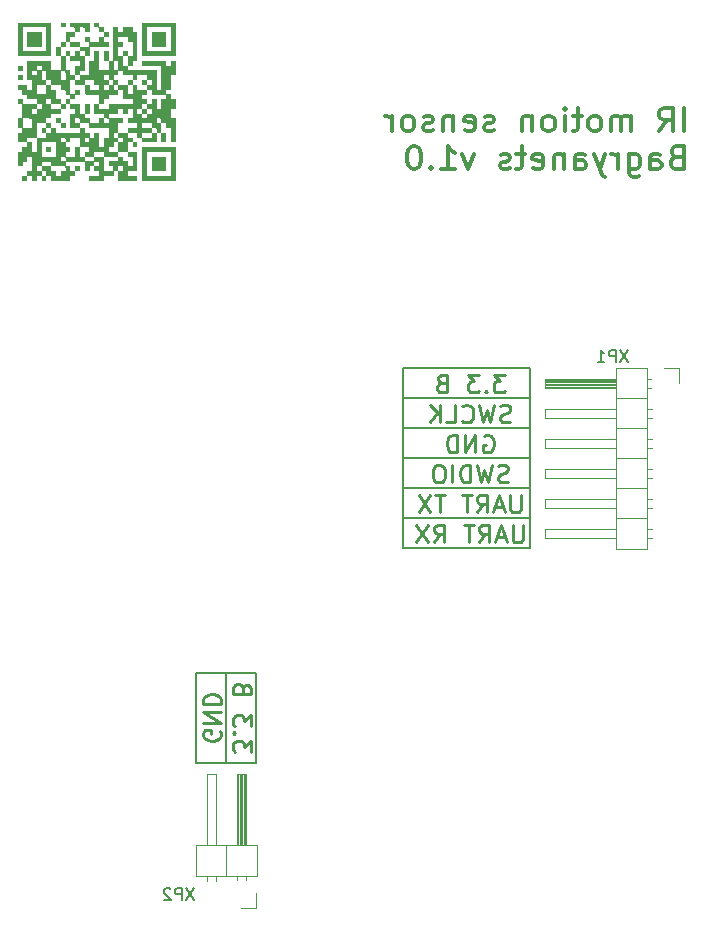
<source format=gbo>
%TF.GenerationSoftware,KiCad,Pcbnew,7.0.7*%
%TF.CreationDate,2023-11-27T18:29:32+03:00*%
%TF.ProjectId,Bagryanets,42616772-7961-46e6-9574-732e6b696361,rev?*%
%TF.SameCoordinates,PX68e7780PY7bfa480*%
%TF.FileFunction,Legend,Bot*%
%TF.FilePolarity,Positive*%
%FSLAX46Y46*%
G04 Gerber Fmt 4.6, Leading zero omitted, Abs format (unit mm)*
G04 Created by KiCad (PCBNEW 7.0.7) date 2023-11-27 18:29:32*
%MOMM*%
%LPD*%
G01*
G04 APERTURE LIST*
%ADD10C,0.150000*%
%ADD11C,0.250000*%
%ADD12C,0.300000*%
%ADD13C,0.120000*%
G04 APERTURE END LIST*
D10*
X43815000Y46078750D02*
X43815000Y43538750D01*
X43815000Y33378750D02*
X33020000Y33378750D01*
X43815000Y40998750D02*
X33020000Y40998750D01*
X43815000Y38458750D02*
X33020000Y38458750D01*
X43815000Y48618750D02*
X43815000Y33378750D01*
X18070000Y22860000D02*
X18070000Y15240000D01*
X15530000Y22860000D02*
X15530000Y15240000D01*
X33020000Y46078750D02*
X43815000Y46078750D01*
X33020000Y48618750D02*
X43815000Y48618750D01*
X20610000Y15240000D02*
X20610000Y22860000D01*
X43815000Y43538750D02*
X33020000Y43538750D01*
X20610000Y22860000D02*
X15530000Y22860000D01*
X33020000Y33378750D02*
X33020000Y48618750D01*
X43815000Y35918750D02*
X33020000Y35918750D01*
X15530000Y15240000D02*
X20610000Y15240000D01*
D11*
X41627856Y48075322D02*
X40699284Y48075322D01*
X40699284Y48075322D02*
X41199284Y47503893D01*
X41199284Y47503893D02*
X40984999Y47503893D01*
X40984999Y47503893D02*
X40842142Y47432465D01*
X40842142Y47432465D02*
X40770713Y47361036D01*
X40770713Y47361036D02*
X40699284Y47218179D01*
X40699284Y47218179D02*
X40699284Y46861036D01*
X40699284Y46861036D02*
X40770713Y46718179D01*
X40770713Y46718179D02*
X40842142Y46646750D01*
X40842142Y46646750D02*
X40984999Y46575322D01*
X40984999Y46575322D02*
X41413570Y46575322D01*
X41413570Y46575322D02*
X41556427Y46646750D01*
X41556427Y46646750D02*
X41627856Y46718179D01*
X40056428Y46718179D02*
X39984999Y46646750D01*
X39984999Y46646750D02*
X40056428Y46575322D01*
X40056428Y46575322D02*
X40127856Y46646750D01*
X40127856Y46646750D02*
X40056428Y46718179D01*
X40056428Y46718179D02*
X40056428Y46575322D01*
X39484999Y48075322D02*
X38556427Y48075322D01*
X38556427Y48075322D02*
X39056427Y47503893D01*
X39056427Y47503893D02*
X38842142Y47503893D01*
X38842142Y47503893D02*
X38699285Y47432465D01*
X38699285Y47432465D02*
X38627856Y47361036D01*
X38627856Y47361036D02*
X38556427Y47218179D01*
X38556427Y47218179D02*
X38556427Y46861036D01*
X38556427Y46861036D02*
X38627856Y46718179D01*
X38627856Y46718179D02*
X38699285Y46646750D01*
X38699285Y46646750D02*
X38842142Y46575322D01*
X38842142Y46575322D02*
X39270713Y46575322D01*
X39270713Y46575322D02*
X39413570Y46646750D01*
X39413570Y46646750D02*
X39484999Y46718179D01*
X36270714Y47361036D02*
X36056428Y47289608D01*
X36056428Y47289608D02*
X35984999Y47218179D01*
X35984999Y47218179D02*
X35913571Y47075322D01*
X35913571Y47075322D02*
X35913571Y46861036D01*
X35913571Y46861036D02*
X35984999Y46718179D01*
X35984999Y46718179D02*
X36056428Y46646750D01*
X36056428Y46646750D02*
X36199285Y46575322D01*
X36199285Y46575322D02*
X36770714Y46575322D01*
X36770714Y46575322D02*
X36770714Y48075322D01*
X36770714Y48075322D02*
X36270714Y48075322D01*
X36270714Y48075322D02*
X36127857Y48003893D01*
X36127857Y48003893D02*
X36056428Y47932465D01*
X36056428Y47932465D02*
X35984999Y47789608D01*
X35984999Y47789608D02*
X35984999Y47646750D01*
X35984999Y47646750D02*
X36056428Y47503893D01*
X36056428Y47503893D02*
X36127857Y47432465D01*
X36127857Y47432465D02*
X36270714Y47361036D01*
X36270714Y47361036D02*
X36770714Y47361036D01*
X42127856Y44106750D02*
X41913571Y44035322D01*
X41913571Y44035322D02*
X41556428Y44035322D01*
X41556428Y44035322D02*
X41413571Y44106750D01*
X41413571Y44106750D02*
X41342142Y44178179D01*
X41342142Y44178179D02*
X41270713Y44321036D01*
X41270713Y44321036D02*
X41270713Y44463893D01*
X41270713Y44463893D02*
X41342142Y44606750D01*
X41342142Y44606750D02*
X41413571Y44678179D01*
X41413571Y44678179D02*
X41556428Y44749608D01*
X41556428Y44749608D02*
X41842142Y44821036D01*
X41842142Y44821036D02*
X41984999Y44892465D01*
X41984999Y44892465D02*
X42056428Y44963893D01*
X42056428Y44963893D02*
X42127856Y45106750D01*
X42127856Y45106750D02*
X42127856Y45249608D01*
X42127856Y45249608D02*
X42056428Y45392465D01*
X42056428Y45392465D02*
X41984999Y45463893D01*
X41984999Y45463893D02*
X41842142Y45535322D01*
X41842142Y45535322D02*
X41484999Y45535322D01*
X41484999Y45535322D02*
X41270713Y45463893D01*
X40770714Y45535322D02*
X40413571Y44035322D01*
X40413571Y44035322D02*
X40127857Y45106750D01*
X40127857Y45106750D02*
X39842142Y44035322D01*
X39842142Y44035322D02*
X39485000Y45535322D01*
X38056428Y44178179D02*
X38127856Y44106750D01*
X38127856Y44106750D02*
X38342142Y44035322D01*
X38342142Y44035322D02*
X38484999Y44035322D01*
X38484999Y44035322D02*
X38699285Y44106750D01*
X38699285Y44106750D02*
X38842142Y44249608D01*
X38842142Y44249608D02*
X38913571Y44392465D01*
X38913571Y44392465D02*
X38984999Y44678179D01*
X38984999Y44678179D02*
X38984999Y44892465D01*
X38984999Y44892465D02*
X38913571Y45178179D01*
X38913571Y45178179D02*
X38842142Y45321036D01*
X38842142Y45321036D02*
X38699285Y45463893D01*
X38699285Y45463893D02*
X38484999Y45535322D01*
X38484999Y45535322D02*
X38342142Y45535322D01*
X38342142Y45535322D02*
X38127856Y45463893D01*
X38127856Y45463893D02*
X38056428Y45392465D01*
X36699285Y44035322D02*
X37413571Y44035322D01*
X37413571Y44035322D02*
X37413571Y45535322D01*
X36199285Y44035322D02*
X36199285Y45535322D01*
X35342142Y44035322D02*
X35984999Y44892465D01*
X35342142Y45535322D02*
X36199285Y44678179D01*
X42984999Y37915322D02*
X42984999Y36701036D01*
X42984999Y36701036D02*
X42913570Y36558179D01*
X42913570Y36558179D02*
X42842142Y36486750D01*
X42842142Y36486750D02*
X42699284Y36415322D01*
X42699284Y36415322D02*
X42413570Y36415322D01*
X42413570Y36415322D02*
X42270713Y36486750D01*
X42270713Y36486750D02*
X42199284Y36558179D01*
X42199284Y36558179D02*
X42127856Y36701036D01*
X42127856Y36701036D02*
X42127856Y37915322D01*
X41484998Y36843893D02*
X40770713Y36843893D01*
X41627855Y36415322D02*
X41127855Y37915322D01*
X41127855Y37915322D02*
X40627855Y36415322D01*
X39270713Y36415322D02*
X39770713Y37129608D01*
X40127856Y36415322D02*
X40127856Y37915322D01*
X40127856Y37915322D02*
X39556427Y37915322D01*
X39556427Y37915322D02*
X39413570Y37843893D01*
X39413570Y37843893D02*
X39342141Y37772465D01*
X39342141Y37772465D02*
X39270713Y37629608D01*
X39270713Y37629608D02*
X39270713Y37415322D01*
X39270713Y37415322D02*
X39342141Y37272465D01*
X39342141Y37272465D02*
X39413570Y37201036D01*
X39413570Y37201036D02*
X39556427Y37129608D01*
X39556427Y37129608D02*
X40127856Y37129608D01*
X38842141Y37915322D02*
X37984999Y37915322D01*
X38413570Y36415322D02*
X38413570Y37915322D01*
X36556427Y37915322D02*
X35699285Y37915322D01*
X36127856Y36415322D02*
X36127856Y37915322D01*
X35342142Y37915322D02*
X34342142Y36415322D01*
X34342142Y37915322D02*
X35342142Y36415322D01*
X41913571Y39026750D02*
X41699286Y38955322D01*
X41699286Y38955322D02*
X41342143Y38955322D01*
X41342143Y38955322D02*
X41199286Y39026750D01*
X41199286Y39026750D02*
X41127857Y39098179D01*
X41127857Y39098179D02*
X41056428Y39241036D01*
X41056428Y39241036D02*
X41056428Y39383893D01*
X41056428Y39383893D02*
X41127857Y39526750D01*
X41127857Y39526750D02*
X41199286Y39598179D01*
X41199286Y39598179D02*
X41342143Y39669608D01*
X41342143Y39669608D02*
X41627857Y39741036D01*
X41627857Y39741036D02*
X41770714Y39812465D01*
X41770714Y39812465D02*
X41842143Y39883893D01*
X41842143Y39883893D02*
X41913571Y40026750D01*
X41913571Y40026750D02*
X41913571Y40169608D01*
X41913571Y40169608D02*
X41842143Y40312465D01*
X41842143Y40312465D02*
X41770714Y40383893D01*
X41770714Y40383893D02*
X41627857Y40455322D01*
X41627857Y40455322D02*
X41270714Y40455322D01*
X41270714Y40455322D02*
X41056428Y40383893D01*
X40556429Y40455322D02*
X40199286Y38955322D01*
X40199286Y38955322D02*
X39913572Y40026750D01*
X39913572Y40026750D02*
X39627857Y38955322D01*
X39627857Y38955322D02*
X39270715Y40455322D01*
X38699286Y38955322D02*
X38699286Y40455322D01*
X38699286Y40455322D02*
X38342143Y40455322D01*
X38342143Y40455322D02*
X38127857Y40383893D01*
X38127857Y40383893D02*
X37985000Y40241036D01*
X37985000Y40241036D02*
X37913571Y40098179D01*
X37913571Y40098179D02*
X37842143Y39812465D01*
X37842143Y39812465D02*
X37842143Y39598179D01*
X37842143Y39598179D02*
X37913571Y39312465D01*
X37913571Y39312465D02*
X37985000Y39169608D01*
X37985000Y39169608D02*
X38127857Y39026750D01*
X38127857Y39026750D02*
X38342143Y38955322D01*
X38342143Y38955322D02*
X38699286Y38955322D01*
X37199286Y38955322D02*
X37199286Y40455322D01*
X36199285Y40455322D02*
X35913571Y40455322D01*
X35913571Y40455322D02*
X35770714Y40383893D01*
X35770714Y40383893D02*
X35627857Y40241036D01*
X35627857Y40241036D02*
X35556428Y39955322D01*
X35556428Y39955322D02*
X35556428Y39455322D01*
X35556428Y39455322D02*
X35627857Y39169608D01*
X35627857Y39169608D02*
X35770714Y39026750D01*
X35770714Y39026750D02*
X35913571Y38955322D01*
X35913571Y38955322D02*
X36199285Y38955322D01*
X36199285Y38955322D02*
X36342143Y39026750D01*
X36342143Y39026750D02*
X36485000Y39169608D01*
X36485000Y39169608D02*
X36556428Y39455322D01*
X36556428Y39455322D02*
X36556428Y39955322D01*
X36556428Y39955322D02*
X36485000Y40241036D01*
X36485000Y40241036D02*
X36342143Y40383893D01*
X36342143Y40383893D02*
X36199285Y40455322D01*
D12*
X56826441Y68680362D02*
X56826441Y70680362D01*
X54731203Y68680362D02*
X55397870Y69632743D01*
X55874060Y68680362D02*
X55874060Y70680362D01*
X55874060Y70680362D02*
X55112155Y70680362D01*
X55112155Y70680362D02*
X54921679Y70585124D01*
X54921679Y70585124D02*
X54826441Y70489886D01*
X54826441Y70489886D02*
X54731203Y70299410D01*
X54731203Y70299410D02*
X54731203Y70013696D01*
X54731203Y70013696D02*
X54826441Y69823220D01*
X54826441Y69823220D02*
X54921679Y69727981D01*
X54921679Y69727981D02*
X55112155Y69632743D01*
X55112155Y69632743D02*
X55874060Y69632743D01*
X52350250Y68680362D02*
X52350250Y70013696D01*
X52350250Y69823220D02*
X52255012Y69918458D01*
X52255012Y69918458D02*
X52064536Y70013696D01*
X52064536Y70013696D02*
X51778821Y70013696D01*
X51778821Y70013696D02*
X51588345Y69918458D01*
X51588345Y69918458D02*
X51493107Y69727981D01*
X51493107Y69727981D02*
X51493107Y68680362D01*
X51493107Y69727981D02*
X51397869Y69918458D01*
X51397869Y69918458D02*
X51207393Y70013696D01*
X51207393Y70013696D02*
X50921679Y70013696D01*
X50921679Y70013696D02*
X50731202Y69918458D01*
X50731202Y69918458D02*
X50635964Y69727981D01*
X50635964Y69727981D02*
X50635964Y68680362D01*
X49397869Y68680362D02*
X49588345Y68775600D01*
X49588345Y68775600D02*
X49683583Y68870839D01*
X49683583Y68870839D02*
X49778821Y69061315D01*
X49778821Y69061315D02*
X49778821Y69632743D01*
X49778821Y69632743D02*
X49683583Y69823220D01*
X49683583Y69823220D02*
X49588345Y69918458D01*
X49588345Y69918458D02*
X49397869Y70013696D01*
X49397869Y70013696D02*
X49112154Y70013696D01*
X49112154Y70013696D02*
X48921678Y69918458D01*
X48921678Y69918458D02*
X48826440Y69823220D01*
X48826440Y69823220D02*
X48731202Y69632743D01*
X48731202Y69632743D02*
X48731202Y69061315D01*
X48731202Y69061315D02*
X48826440Y68870839D01*
X48826440Y68870839D02*
X48921678Y68775600D01*
X48921678Y68775600D02*
X49112154Y68680362D01*
X49112154Y68680362D02*
X49397869Y68680362D01*
X48159773Y70013696D02*
X47397869Y70013696D01*
X47874059Y70680362D02*
X47874059Y68966077D01*
X47874059Y68966077D02*
X47778821Y68775600D01*
X47778821Y68775600D02*
X47588345Y68680362D01*
X47588345Y68680362D02*
X47397869Y68680362D01*
X46731202Y68680362D02*
X46731202Y70013696D01*
X46731202Y70680362D02*
X46826440Y70585124D01*
X46826440Y70585124D02*
X46731202Y70489886D01*
X46731202Y70489886D02*
X46635964Y70585124D01*
X46635964Y70585124D02*
X46731202Y70680362D01*
X46731202Y70680362D02*
X46731202Y70489886D01*
X45493107Y68680362D02*
X45683583Y68775600D01*
X45683583Y68775600D02*
X45778821Y68870839D01*
X45778821Y68870839D02*
X45874059Y69061315D01*
X45874059Y69061315D02*
X45874059Y69632743D01*
X45874059Y69632743D02*
X45778821Y69823220D01*
X45778821Y69823220D02*
X45683583Y69918458D01*
X45683583Y69918458D02*
X45493107Y70013696D01*
X45493107Y70013696D02*
X45207392Y70013696D01*
X45207392Y70013696D02*
X45016916Y69918458D01*
X45016916Y69918458D02*
X44921678Y69823220D01*
X44921678Y69823220D02*
X44826440Y69632743D01*
X44826440Y69632743D02*
X44826440Y69061315D01*
X44826440Y69061315D02*
X44921678Y68870839D01*
X44921678Y68870839D02*
X45016916Y68775600D01*
X45016916Y68775600D02*
X45207392Y68680362D01*
X45207392Y68680362D02*
X45493107Y68680362D01*
X43969297Y70013696D02*
X43969297Y68680362D01*
X43969297Y69823220D02*
X43874059Y69918458D01*
X43874059Y69918458D02*
X43683583Y70013696D01*
X43683583Y70013696D02*
X43397868Y70013696D01*
X43397868Y70013696D02*
X43207392Y69918458D01*
X43207392Y69918458D02*
X43112154Y69727981D01*
X43112154Y69727981D02*
X43112154Y68680362D01*
X40731201Y68775600D02*
X40540725Y68680362D01*
X40540725Y68680362D02*
X40159773Y68680362D01*
X40159773Y68680362D02*
X39969296Y68775600D01*
X39969296Y68775600D02*
X39874058Y68966077D01*
X39874058Y68966077D02*
X39874058Y69061315D01*
X39874058Y69061315D02*
X39969296Y69251791D01*
X39969296Y69251791D02*
X40159773Y69347029D01*
X40159773Y69347029D02*
X40445487Y69347029D01*
X40445487Y69347029D02*
X40635963Y69442267D01*
X40635963Y69442267D02*
X40731201Y69632743D01*
X40731201Y69632743D02*
X40731201Y69727981D01*
X40731201Y69727981D02*
X40635963Y69918458D01*
X40635963Y69918458D02*
X40445487Y70013696D01*
X40445487Y70013696D02*
X40159773Y70013696D01*
X40159773Y70013696D02*
X39969296Y69918458D01*
X38255010Y68775600D02*
X38445486Y68680362D01*
X38445486Y68680362D02*
X38826439Y68680362D01*
X38826439Y68680362D02*
X39016915Y68775600D01*
X39016915Y68775600D02*
X39112153Y68966077D01*
X39112153Y68966077D02*
X39112153Y69727981D01*
X39112153Y69727981D02*
X39016915Y69918458D01*
X39016915Y69918458D02*
X38826439Y70013696D01*
X38826439Y70013696D02*
X38445486Y70013696D01*
X38445486Y70013696D02*
X38255010Y69918458D01*
X38255010Y69918458D02*
X38159772Y69727981D01*
X38159772Y69727981D02*
X38159772Y69537505D01*
X38159772Y69537505D02*
X39112153Y69347029D01*
X37302629Y70013696D02*
X37302629Y68680362D01*
X37302629Y69823220D02*
X37207391Y69918458D01*
X37207391Y69918458D02*
X37016915Y70013696D01*
X37016915Y70013696D02*
X36731200Y70013696D01*
X36731200Y70013696D02*
X36540724Y69918458D01*
X36540724Y69918458D02*
X36445486Y69727981D01*
X36445486Y69727981D02*
X36445486Y68680362D01*
X35588343Y68775600D02*
X35397867Y68680362D01*
X35397867Y68680362D02*
X35016915Y68680362D01*
X35016915Y68680362D02*
X34826438Y68775600D01*
X34826438Y68775600D02*
X34731200Y68966077D01*
X34731200Y68966077D02*
X34731200Y69061315D01*
X34731200Y69061315D02*
X34826438Y69251791D01*
X34826438Y69251791D02*
X35016915Y69347029D01*
X35016915Y69347029D02*
X35302629Y69347029D01*
X35302629Y69347029D02*
X35493105Y69442267D01*
X35493105Y69442267D02*
X35588343Y69632743D01*
X35588343Y69632743D02*
X35588343Y69727981D01*
X35588343Y69727981D02*
X35493105Y69918458D01*
X35493105Y69918458D02*
X35302629Y70013696D01*
X35302629Y70013696D02*
X35016915Y70013696D01*
X35016915Y70013696D02*
X34826438Y69918458D01*
X33588343Y68680362D02*
X33778819Y68775600D01*
X33778819Y68775600D02*
X33874057Y68870839D01*
X33874057Y68870839D02*
X33969295Y69061315D01*
X33969295Y69061315D02*
X33969295Y69632743D01*
X33969295Y69632743D02*
X33874057Y69823220D01*
X33874057Y69823220D02*
X33778819Y69918458D01*
X33778819Y69918458D02*
X33588343Y70013696D01*
X33588343Y70013696D02*
X33302628Y70013696D01*
X33302628Y70013696D02*
X33112152Y69918458D01*
X33112152Y69918458D02*
X33016914Y69823220D01*
X33016914Y69823220D02*
X32921676Y69632743D01*
X32921676Y69632743D02*
X32921676Y69061315D01*
X32921676Y69061315D02*
X33016914Y68870839D01*
X33016914Y68870839D02*
X33112152Y68775600D01*
X33112152Y68775600D02*
X33302628Y68680362D01*
X33302628Y68680362D02*
X33588343Y68680362D01*
X32064533Y68680362D02*
X32064533Y70013696D01*
X32064533Y69632743D02*
X31969295Y69823220D01*
X31969295Y69823220D02*
X31874057Y69918458D01*
X31874057Y69918458D02*
X31683581Y70013696D01*
X31683581Y70013696D02*
X31493104Y70013696D01*
X56159774Y66507981D02*
X55874060Y66412743D01*
X55874060Y66412743D02*
X55778822Y66317505D01*
X55778822Y66317505D02*
X55683584Y66127029D01*
X55683584Y66127029D02*
X55683584Y65841315D01*
X55683584Y65841315D02*
X55778822Y65650839D01*
X55778822Y65650839D02*
X55874060Y65555600D01*
X55874060Y65555600D02*
X56064536Y65460362D01*
X56064536Y65460362D02*
X56826441Y65460362D01*
X56826441Y65460362D02*
X56826441Y67460362D01*
X56826441Y67460362D02*
X56159774Y67460362D01*
X56159774Y67460362D02*
X55969298Y67365124D01*
X55969298Y67365124D02*
X55874060Y67269886D01*
X55874060Y67269886D02*
X55778822Y67079410D01*
X55778822Y67079410D02*
X55778822Y66888934D01*
X55778822Y66888934D02*
X55874060Y66698458D01*
X55874060Y66698458D02*
X55969298Y66603220D01*
X55969298Y66603220D02*
X56159774Y66507981D01*
X56159774Y66507981D02*
X56826441Y66507981D01*
X53969298Y65460362D02*
X53969298Y66507981D01*
X53969298Y66507981D02*
X54064536Y66698458D01*
X54064536Y66698458D02*
X54255012Y66793696D01*
X54255012Y66793696D02*
X54635965Y66793696D01*
X54635965Y66793696D02*
X54826441Y66698458D01*
X53969298Y65555600D02*
X54159774Y65460362D01*
X54159774Y65460362D02*
X54635965Y65460362D01*
X54635965Y65460362D02*
X54826441Y65555600D01*
X54826441Y65555600D02*
X54921679Y65746077D01*
X54921679Y65746077D02*
X54921679Y65936553D01*
X54921679Y65936553D02*
X54826441Y66127029D01*
X54826441Y66127029D02*
X54635965Y66222267D01*
X54635965Y66222267D02*
X54159774Y66222267D01*
X54159774Y66222267D02*
X53969298Y66317505D01*
X52159774Y66793696D02*
X52159774Y65174648D01*
X52159774Y65174648D02*
X52255012Y64984172D01*
X52255012Y64984172D02*
X52350250Y64888934D01*
X52350250Y64888934D02*
X52540727Y64793696D01*
X52540727Y64793696D02*
X52826441Y64793696D01*
X52826441Y64793696D02*
X53016917Y64888934D01*
X52159774Y65555600D02*
X52350250Y65460362D01*
X52350250Y65460362D02*
X52731203Y65460362D01*
X52731203Y65460362D02*
X52921679Y65555600D01*
X52921679Y65555600D02*
X53016917Y65650839D01*
X53016917Y65650839D02*
X53112155Y65841315D01*
X53112155Y65841315D02*
X53112155Y66412743D01*
X53112155Y66412743D02*
X53016917Y66603220D01*
X53016917Y66603220D02*
X52921679Y66698458D01*
X52921679Y66698458D02*
X52731203Y66793696D01*
X52731203Y66793696D02*
X52350250Y66793696D01*
X52350250Y66793696D02*
X52159774Y66698458D01*
X51207393Y65460362D02*
X51207393Y66793696D01*
X51207393Y66412743D02*
X51112155Y66603220D01*
X51112155Y66603220D02*
X51016917Y66698458D01*
X51016917Y66698458D02*
X50826441Y66793696D01*
X50826441Y66793696D02*
X50635964Y66793696D01*
X50159774Y66793696D02*
X49683584Y65460362D01*
X49207393Y66793696D02*
X49683584Y65460362D01*
X49683584Y65460362D02*
X49874060Y64984172D01*
X49874060Y64984172D02*
X49969298Y64888934D01*
X49969298Y64888934D02*
X50159774Y64793696D01*
X47588345Y65460362D02*
X47588345Y66507981D01*
X47588345Y66507981D02*
X47683583Y66698458D01*
X47683583Y66698458D02*
X47874059Y66793696D01*
X47874059Y66793696D02*
X48255012Y66793696D01*
X48255012Y66793696D02*
X48445488Y66698458D01*
X47588345Y65555600D02*
X47778821Y65460362D01*
X47778821Y65460362D02*
X48255012Y65460362D01*
X48255012Y65460362D02*
X48445488Y65555600D01*
X48445488Y65555600D02*
X48540726Y65746077D01*
X48540726Y65746077D02*
X48540726Y65936553D01*
X48540726Y65936553D02*
X48445488Y66127029D01*
X48445488Y66127029D02*
X48255012Y66222267D01*
X48255012Y66222267D02*
X47778821Y66222267D01*
X47778821Y66222267D02*
X47588345Y66317505D01*
X46635964Y66793696D02*
X46635964Y65460362D01*
X46635964Y66603220D02*
X46540726Y66698458D01*
X46540726Y66698458D02*
X46350250Y66793696D01*
X46350250Y66793696D02*
X46064535Y66793696D01*
X46064535Y66793696D02*
X45874059Y66698458D01*
X45874059Y66698458D02*
X45778821Y66507981D01*
X45778821Y66507981D02*
X45778821Y65460362D01*
X44064535Y65555600D02*
X44255011Y65460362D01*
X44255011Y65460362D02*
X44635964Y65460362D01*
X44635964Y65460362D02*
X44826440Y65555600D01*
X44826440Y65555600D02*
X44921678Y65746077D01*
X44921678Y65746077D02*
X44921678Y66507981D01*
X44921678Y66507981D02*
X44826440Y66698458D01*
X44826440Y66698458D02*
X44635964Y66793696D01*
X44635964Y66793696D02*
X44255011Y66793696D01*
X44255011Y66793696D02*
X44064535Y66698458D01*
X44064535Y66698458D02*
X43969297Y66507981D01*
X43969297Y66507981D02*
X43969297Y66317505D01*
X43969297Y66317505D02*
X44921678Y66127029D01*
X43397868Y66793696D02*
X42635964Y66793696D01*
X43112154Y67460362D02*
X43112154Y65746077D01*
X43112154Y65746077D02*
X43016916Y65555600D01*
X43016916Y65555600D02*
X42826440Y65460362D01*
X42826440Y65460362D02*
X42635964Y65460362D01*
X42064535Y65555600D02*
X41874059Y65460362D01*
X41874059Y65460362D02*
X41493107Y65460362D01*
X41493107Y65460362D02*
X41302630Y65555600D01*
X41302630Y65555600D02*
X41207392Y65746077D01*
X41207392Y65746077D02*
X41207392Y65841315D01*
X41207392Y65841315D02*
X41302630Y66031791D01*
X41302630Y66031791D02*
X41493107Y66127029D01*
X41493107Y66127029D02*
X41778821Y66127029D01*
X41778821Y66127029D02*
X41969297Y66222267D01*
X41969297Y66222267D02*
X42064535Y66412743D01*
X42064535Y66412743D02*
X42064535Y66507981D01*
X42064535Y66507981D02*
X41969297Y66698458D01*
X41969297Y66698458D02*
X41778821Y66793696D01*
X41778821Y66793696D02*
X41493107Y66793696D01*
X41493107Y66793696D02*
X41302630Y66698458D01*
X39016915Y66793696D02*
X38540725Y65460362D01*
X38540725Y65460362D02*
X38064534Y66793696D01*
X36255010Y65460362D02*
X37397867Y65460362D01*
X36826439Y65460362D02*
X36826439Y67460362D01*
X36826439Y67460362D02*
X37016915Y67174648D01*
X37016915Y67174648D02*
X37207391Y66984172D01*
X37207391Y66984172D02*
X37397867Y66888934D01*
X35397867Y65650839D02*
X35302629Y65555600D01*
X35302629Y65555600D02*
X35397867Y65460362D01*
X35397867Y65460362D02*
X35493105Y65555600D01*
X35493105Y65555600D02*
X35397867Y65650839D01*
X35397867Y65650839D02*
X35397867Y65460362D01*
X34064534Y67460362D02*
X33874057Y67460362D01*
X33874057Y67460362D02*
X33683581Y67365124D01*
X33683581Y67365124D02*
X33588343Y67269886D01*
X33588343Y67269886D02*
X33493105Y67079410D01*
X33493105Y67079410D02*
X33397867Y66698458D01*
X33397867Y66698458D02*
X33397867Y66222267D01*
X33397867Y66222267D02*
X33493105Y65841315D01*
X33493105Y65841315D02*
X33588343Y65650839D01*
X33588343Y65650839D02*
X33683581Y65555600D01*
X33683581Y65555600D02*
X33874057Y65460362D01*
X33874057Y65460362D02*
X34064534Y65460362D01*
X34064534Y65460362D02*
X34255010Y65555600D01*
X34255010Y65555600D02*
X34350248Y65650839D01*
X34350248Y65650839D02*
X34445486Y65841315D01*
X34445486Y65841315D02*
X34540724Y66222267D01*
X34540724Y66222267D02*
X34540724Y66698458D01*
X34540724Y66698458D02*
X34445486Y67079410D01*
X34445486Y67079410D02*
X34350248Y67269886D01*
X34350248Y67269886D02*
X34255010Y67365124D01*
X34255010Y67365124D02*
X34064534Y67460362D01*
D11*
X43163571Y35375322D02*
X43163571Y34161036D01*
X43163571Y34161036D02*
X43092142Y34018179D01*
X43092142Y34018179D02*
X43020714Y33946750D01*
X43020714Y33946750D02*
X42877856Y33875322D01*
X42877856Y33875322D02*
X42592142Y33875322D01*
X42592142Y33875322D02*
X42449285Y33946750D01*
X42449285Y33946750D02*
X42377856Y34018179D01*
X42377856Y34018179D02*
X42306428Y34161036D01*
X42306428Y34161036D02*
X42306428Y35375322D01*
X41663570Y34303893D02*
X40949285Y34303893D01*
X41806427Y33875322D02*
X41306427Y35375322D01*
X41306427Y35375322D02*
X40806427Y33875322D01*
X39449285Y33875322D02*
X39949285Y34589608D01*
X40306428Y33875322D02*
X40306428Y35375322D01*
X40306428Y35375322D02*
X39734999Y35375322D01*
X39734999Y35375322D02*
X39592142Y35303893D01*
X39592142Y35303893D02*
X39520713Y35232465D01*
X39520713Y35232465D02*
X39449285Y35089608D01*
X39449285Y35089608D02*
X39449285Y34875322D01*
X39449285Y34875322D02*
X39520713Y34732465D01*
X39520713Y34732465D02*
X39592142Y34661036D01*
X39592142Y34661036D02*
X39734999Y34589608D01*
X39734999Y34589608D02*
X40306428Y34589608D01*
X39020713Y35375322D02*
X38163571Y35375322D01*
X38592142Y33875322D02*
X38592142Y35375322D01*
X35663571Y33875322D02*
X36163571Y34589608D01*
X36520714Y33875322D02*
X36520714Y35375322D01*
X36520714Y35375322D02*
X35949285Y35375322D01*
X35949285Y35375322D02*
X35806428Y35303893D01*
X35806428Y35303893D02*
X35734999Y35232465D01*
X35734999Y35232465D02*
X35663571Y35089608D01*
X35663571Y35089608D02*
X35663571Y34875322D01*
X35663571Y34875322D02*
X35734999Y34732465D01*
X35734999Y34732465D02*
X35806428Y34661036D01*
X35806428Y34661036D02*
X35949285Y34589608D01*
X35949285Y34589608D02*
X36520714Y34589608D01*
X35163571Y35375322D02*
X34163571Y33875322D01*
X34163571Y35375322D02*
X35163571Y33875322D01*
X20159071Y16157144D02*
X20159071Y17085716D01*
X20159071Y17085716D02*
X19587642Y16585716D01*
X19587642Y16585716D02*
X19587642Y16800001D01*
X19587642Y16800001D02*
X19516214Y16942858D01*
X19516214Y16942858D02*
X19444785Y17014287D01*
X19444785Y17014287D02*
X19301928Y17085716D01*
X19301928Y17085716D02*
X18944785Y17085716D01*
X18944785Y17085716D02*
X18801928Y17014287D01*
X18801928Y17014287D02*
X18730500Y16942858D01*
X18730500Y16942858D02*
X18659071Y16800001D01*
X18659071Y16800001D02*
X18659071Y16371430D01*
X18659071Y16371430D02*
X18730500Y16228573D01*
X18730500Y16228573D02*
X18801928Y16157144D01*
X18801928Y17728572D02*
X18730500Y17800001D01*
X18730500Y17800001D02*
X18659071Y17728572D01*
X18659071Y17728572D02*
X18730500Y17657144D01*
X18730500Y17657144D02*
X18801928Y17728572D01*
X18801928Y17728572D02*
X18659071Y17728572D01*
X20159071Y18300001D02*
X20159071Y19228573D01*
X20159071Y19228573D02*
X19587642Y18728573D01*
X19587642Y18728573D02*
X19587642Y18942858D01*
X19587642Y18942858D02*
X19516214Y19085715D01*
X19516214Y19085715D02*
X19444785Y19157144D01*
X19444785Y19157144D02*
X19301928Y19228573D01*
X19301928Y19228573D02*
X18944785Y19228573D01*
X18944785Y19228573D02*
X18801928Y19157144D01*
X18801928Y19157144D02*
X18730500Y19085715D01*
X18730500Y19085715D02*
X18659071Y18942858D01*
X18659071Y18942858D02*
X18659071Y18514287D01*
X18659071Y18514287D02*
X18730500Y18371430D01*
X18730500Y18371430D02*
X18801928Y18300001D01*
X19444785Y21514286D02*
X19373357Y21728572D01*
X19373357Y21728572D02*
X19301928Y21800001D01*
X19301928Y21800001D02*
X19159071Y21871429D01*
X19159071Y21871429D02*
X18944785Y21871429D01*
X18944785Y21871429D02*
X18801928Y21800001D01*
X18801928Y21800001D02*
X18730500Y21728572D01*
X18730500Y21728572D02*
X18659071Y21585715D01*
X18659071Y21585715D02*
X18659071Y21014286D01*
X18659071Y21014286D02*
X20159071Y21014286D01*
X20159071Y21014286D02*
X20159071Y21514286D01*
X20159071Y21514286D02*
X20087642Y21657143D01*
X20087642Y21657143D02*
X20016214Y21728572D01*
X20016214Y21728572D02*
X19873357Y21800001D01*
X19873357Y21800001D02*
X19730500Y21800001D01*
X19730500Y21800001D02*
X19587642Y21728572D01*
X19587642Y21728572D02*
X19516214Y21657143D01*
X19516214Y21657143D02*
X19444785Y21514286D01*
X19444785Y21514286D02*
X19444785Y21014286D01*
X39877856Y42923893D02*
X40020714Y42995322D01*
X40020714Y42995322D02*
X40234999Y42995322D01*
X40234999Y42995322D02*
X40449285Y42923893D01*
X40449285Y42923893D02*
X40592142Y42781036D01*
X40592142Y42781036D02*
X40663571Y42638179D01*
X40663571Y42638179D02*
X40734999Y42352465D01*
X40734999Y42352465D02*
X40734999Y42138179D01*
X40734999Y42138179D02*
X40663571Y41852465D01*
X40663571Y41852465D02*
X40592142Y41709608D01*
X40592142Y41709608D02*
X40449285Y41566750D01*
X40449285Y41566750D02*
X40234999Y41495322D01*
X40234999Y41495322D02*
X40092142Y41495322D01*
X40092142Y41495322D02*
X39877856Y41566750D01*
X39877856Y41566750D02*
X39806428Y41638179D01*
X39806428Y41638179D02*
X39806428Y42138179D01*
X39806428Y42138179D02*
X40092142Y42138179D01*
X39163571Y41495322D02*
X39163571Y42995322D01*
X39163571Y42995322D02*
X38306428Y41495322D01*
X38306428Y41495322D02*
X38306428Y42995322D01*
X37592142Y41495322D02*
X37592142Y42995322D01*
X37592142Y42995322D02*
X37234999Y42995322D01*
X37234999Y42995322D02*
X37020713Y42923893D01*
X37020713Y42923893D02*
X36877856Y42781036D01*
X36877856Y42781036D02*
X36806427Y42638179D01*
X36806427Y42638179D02*
X36734999Y42352465D01*
X36734999Y42352465D02*
X36734999Y42138179D01*
X36734999Y42138179D02*
X36806427Y41852465D01*
X36806427Y41852465D02*
X36877856Y41709608D01*
X36877856Y41709608D02*
X37020713Y41566750D01*
X37020713Y41566750D02*
X37234999Y41495322D01*
X37234999Y41495322D02*
X37592142Y41495322D01*
X17547642Y17907144D02*
X17619071Y17764286D01*
X17619071Y17764286D02*
X17619071Y17550001D01*
X17619071Y17550001D02*
X17547642Y17335715D01*
X17547642Y17335715D02*
X17404785Y17192858D01*
X17404785Y17192858D02*
X17261928Y17121429D01*
X17261928Y17121429D02*
X16976214Y17050001D01*
X16976214Y17050001D02*
X16761928Y17050001D01*
X16761928Y17050001D02*
X16476214Y17121429D01*
X16476214Y17121429D02*
X16333357Y17192858D01*
X16333357Y17192858D02*
X16190500Y17335715D01*
X16190500Y17335715D02*
X16119071Y17550001D01*
X16119071Y17550001D02*
X16119071Y17692858D01*
X16119071Y17692858D02*
X16190500Y17907144D01*
X16190500Y17907144D02*
X16261928Y17978572D01*
X16261928Y17978572D02*
X16761928Y17978572D01*
X16761928Y17978572D02*
X16761928Y17692858D01*
X16119071Y18621429D02*
X17619071Y18621429D01*
X17619071Y18621429D02*
X16119071Y19478572D01*
X16119071Y19478572D02*
X17619071Y19478572D01*
X16119071Y20192858D02*
X17619071Y20192858D01*
X17619071Y20192858D02*
X17619071Y20550001D01*
X17619071Y20550001D02*
X17547642Y20764287D01*
X17547642Y20764287D02*
X17404785Y20907144D01*
X17404785Y20907144D02*
X17261928Y20978573D01*
X17261928Y20978573D02*
X16976214Y21050001D01*
X16976214Y21050001D02*
X16761928Y21050001D01*
X16761928Y21050001D02*
X16476214Y20978573D01*
X16476214Y20978573D02*
X16333357Y20907144D01*
X16333357Y20907144D02*
X16190500Y20764287D01*
X16190500Y20764287D02*
X16119071Y20550001D01*
X16119071Y20550001D02*
X16119071Y20192858D01*
D10*
X15324523Y4615181D02*
X14657857Y3615181D01*
X14657857Y4615181D02*
X15324523Y3615181D01*
X14276904Y3615181D02*
X14276904Y4615181D01*
X14276904Y4615181D02*
X13895952Y4615181D01*
X13895952Y4615181D02*
X13800714Y4567562D01*
X13800714Y4567562D02*
X13753095Y4519943D01*
X13753095Y4519943D02*
X13705476Y4424705D01*
X13705476Y4424705D02*
X13705476Y4281848D01*
X13705476Y4281848D02*
X13753095Y4186610D01*
X13753095Y4186610D02*
X13800714Y4138991D01*
X13800714Y4138991D02*
X13895952Y4091372D01*
X13895952Y4091372D02*
X14276904Y4091372D01*
X13324523Y4519943D02*
X13276904Y4567562D01*
X13276904Y4567562D02*
X13181666Y4615181D01*
X13181666Y4615181D02*
X12943571Y4615181D01*
X12943571Y4615181D02*
X12848333Y4567562D01*
X12848333Y4567562D02*
X12800714Y4519943D01*
X12800714Y4519943D02*
X12753095Y4424705D01*
X12753095Y4424705D02*
X12753095Y4329467D01*
X12753095Y4329467D02*
X12800714Y4186610D01*
X12800714Y4186610D02*
X13372142Y3615181D01*
X13372142Y3615181D02*
X12753095Y3615181D01*
X52075523Y50160181D02*
X51408857Y49160181D01*
X51408857Y50160181D02*
X52075523Y49160181D01*
X51027904Y49160181D02*
X51027904Y50160181D01*
X51027904Y50160181D02*
X50646952Y50160181D01*
X50646952Y50160181D02*
X50551714Y50112562D01*
X50551714Y50112562D02*
X50504095Y50064943D01*
X50504095Y50064943D02*
X50456476Y49969705D01*
X50456476Y49969705D02*
X50456476Y49826848D01*
X50456476Y49826848D02*
X50504095Y49731610D01*
X50504095Y49731610D02*
X50551714Y49683991D01*
X50551714Y49683991D02*
X50646952Y49636372D01*
X50646952Y49636372D02*
X51027904Y49636372D01*
X49504095Y49160181D02*
X50075523Y49160181D01*
X49789809Y49160181D02*
X49789809Y50160181D01*
X49789809Y50160181D02*
X49885047Y50017324D01*
X49885047Y50017324D02*
X49980285Y49922086D01*
X49980285Y49922086D02*
X50075523Y49874467D01*
%TO.C,G\u002A\u002A\u002A*%
G36*
X12979082Y65929098D02*
G01*
X12979082Y65320917D01*
X12370901Y65320917D01*
X11762720Y65320917D01*
X11762720Y65929098D01*
X11762720Y66537279D01*
X12370901Y66537279D01*
X12979082Y66537279D01*
X12979082Y65929098D01*
G37*
G36*
X12979082Y76470901D02*
G01*
X12979082Y75862720D01*
X12370901Y75862720D01*
X11762720Y75862720D01*
X11762720Y76470901D01*
X11762720Y77079082D01*
X12370901Y77079082D01*
X12979082Y77079082D01*
X12979082Y76470901D01*
G37*
G36*
X4464549Y77683039D02*
G01*
X4464549Y77476089D01*
X4257599Y77476089D01*
X4050648Y77476089D01*
X4050648Y77683039D01*
X4050648Y77889990D01*
X4257599Y77889990D01*
X4464549Y77889990D01*
X4464549Y77683039D01*
G37*
G36*
X3248187Y67141237D02*
G01*
X3248187Y66934286D01*
X3041237Y66934286D01*
X2834286Y66934286D01*
X2834286Y67141237D01*
X2834286Y67348187D01*
X3041237Y67348187D01*
X3248187Y67348187D01*
X3248187Y67141237D01*
G37*
G36*
X2437279Y76470901D02*
G01*
X2437279Y75862720D01*
X1829098Y75862720D01*
X1220917Y75862720D01*
X1220917Y76470901D01*
X1220917Y77079082D01*
X1829098Y77079082D01*
X2437279Y77079082D01*
X2437279Y76470901D01*
G37*
G36*
X815464Y73223046D02*
G01*
X815464Y73016095D01*
X608513Y73016095D01*
X401563Y73016095D01*
X401563Y73223046D01*
X401563Y73429996D01*
X608513Y73429996D01*
X815464Y73429996D01*
X815464Y73223046D01*
G37*
G36*
X815464Y74033954D02*
G01*
X815464Y73827003D01*
X608513Y73827003D01*
X401563Y73827003D01*
X401563Y74033954D01*
X401563Y74240904D01*
X608513Y74240904D01*
X815464Y74240904D01*
X815464Y74033954D01*
G37*
G36*
X4059095Y69578184D02*
G01*
X4059095Y69375457D01*
X4261822Y69375457D01*
X4464549Y69375457D01*
X4464549Y69168506D01*
X4464549Y68961556D01*
X4257751Y68961556D01*
X4050954Y68961556D01*
X4048689Y69162171D01*
X4046425Y69362786D01*
X3845809Y69365051D01*
X3645194Y69367316D01*
X3645194Y69574113D01*
X3645194Y69780911D01*
X3852145Y69780911D01*
X4059095Y69780911D01*
X4059095Y69578184D01*
G37*
G36*
X13789990Y65929098D02*
G01*
X13789990Y64510010D01*
X12370901Y64510010D01*
X10951812Y64510010D01*
X10951812Y64915464D01*
X11357266Y64915464D01*
X12370901Y64915464D01*
X13384536Y64915464D01*
X13384536Y65929098D01*
X13384536Y66942733D01*
X12370901Y66942733D01*
X11357266Y66942733D01*
X11357266Y65929098D01*
X11357266Y64915464D01*
X10951812Y64915464D01*
X10951812Y65929098D01*
X10951812Y67348187D01*
X12370901Y67348187D01*
X13789990Y67348187D01*
X13789990Y66942733D01*
X13789990Y65929098D01*
G37*
G36*
X13789990Y76470901D02*
G01*
X13789990Y75051812D01*
X12370901Y75051812D01*
X10951812Y75051812D01*
X10951812Y75457266D01*
X11357266Y75457266D01*
X12370901Y75457266D01*
X13384536Y75457266D01*
X13384536Y76470901D01*
X13384536Y77484536D01*
X12370901Y77484536D01*
X11357266Y77484536D01*
X11357266Y76470901D01*
X11357266Y75457266D01*
X10951812Y75457266D01*
X10951812Y76470901D01*
X10951812Y77889990D01*
X12370901Y77889990D01*
X13789990Y77889990D01*
X13789990Y77484536D01*
X13789990Y76470901D01*
G37*
G36*
X3248187Y76470901D02*
G01*
X3248187Y75051812D01*
X1829098Y75051812D01*
X410010Y75051812D01*
X410010Y75457266D01*
X815464Y75457266D01*
X1829098Y75457266D01*
X2842733Y75457266D01*
X2842733Y76470901D01*
X2842733Y77484536D01*
X1829098Y77484536D01*
X815464Y77484536D01*
X815464Y76470901D01*
X815464Y75457266D01*
X410010Y75457266D01*
X410010Y76470901D01*
X410010Y77889990D01*
X1829098Y77889990D01*
X3248187Y77889990D01*
X3248187Y77484536D01*
X3248187Y76470901D01*
G37*
G36*
X6491819Y75448797D02*
G01*
X6491819Y75051812D01*
X6491819Y75043365D01*
X6289092Y75043365D01*
X6086365Y75043365D01*
X6086365Y74435184D01*
X6086365Y74240904D01*
X6086365Y73827003D01*
X5883638Y73827003D01*
X5680911Y73827003D01*
X5680911Y73628500D01*
X5680911Y73429996D01*
X6082231Y73429996D01*
X6483551Y73429996D01*
X6483174Y73833338D01*
X6483130Y73883591D01*
X6483067Y73975585D01*
X6483022Y74068404D01*
X6482995Y74159095D01*
X6482988Y74244706D01*
X6483000Y74322282D01*
X6483032Y74388871D01*
X6483084Y74441519D01*
X6483372Y74646358D01*
X6686495Y74646358D01*
X6889618Y74646358D01*
X6888805Y74846973D01*
X6888789Y74850987D01*
X6888561Y74924563D01*
X6888402Y75008063D01*
X6888320Y75094919D01*
X6888320Y75178564D01*
X6888409Y75252427D01*
X6888826Y75457266D01*
X7095776Y75457266D01*
X7302727Y75457266D01*
X7302727Y74646358D01*
X7302727Y73835450D01*
X7703907Y73835450D01*
X8105088Y73835450D01*
X8519088Y73835450D01*
X8717542Y73835450D01*
X8915996Y73835450D01*
X8913934Y74234569D01*
X8913901Y74240904D01*
X9329996Y74240904D01*
X9528450Y74240904D01*
X9726904Y74240904D01*
X9724842Y74640023D01*
X9722780Y75039142D01*
X9526388Y75041409D01*
X9329996Y75043676D01*
X9329996Y74642290D01*
X9329996Y74240904D01*
X8913901Y74240904D01*
X8911872Y74633688D01*
X8715480Y74635955D01*
X8519088Y74638222D01*
X8519088Y74236836D01*
X8519088Y73835450D01*
X8105088Y73835450D01*
X8103026Y74234569D01*
X8100964Y74633688D01*
X7900641Y74635952D01*
X7700317Y74638216D01*
X7697914Y74842902D01*
X7697877Y74846066D01*
X7697261Y74920943D01*
X7696957Y75005708D01*
X7696963Y75093670D01*
X7697281Y75178139D01*
X7697909Y75252427D01*
X7700309Y75457266D01*
X7906972Y75457266D01*
X8113634Y75457266D01*
X8113634Y75051812D01*
X8113634Y74646358D01*
X8312001Y74646358D01*
X8510368Y74646358D01*
X8510352Y75051812D01*
X8924542Y75051812D01*
X9123046Y75051812D01*
X9321549Y75051812D01*
X9321549Y75254539D01*
X9321549Y75457266D01*
X9528500Y75457266D01*
X9735450Y75457266D01*
X9735450Y75254539D01*
X9735450Y75051812D01*
X9933835Y75051812D01*
X10132220Y75051812D01*
X10130227Y75653658D01*
X10128234Y76255503D01*
X9927771Y76257768D01*
X9727308Y76260032D01*
X9725044Y76460495D01*
X9722780Y76660957D01*
X9323661Y76663020D01*
X8924542Y76665082D01*
X8924542Y76466628D01*
X8924542Y76268174D01*
X9127269Y76268174D01*
X9329996Y76268174D01*
X9329996Y76061223D01*
X9329996Y75854273D01*
X9127269Y75854273D01*
X8924542Y75854273D01*
X8924542Y75453042D01*
X8924542Y75051812D01*
X8510352Y75051812D01*
X8510321Y75860608D01*
X8510318Y75958123D01*
X8510316Y76102778D01*
X8510316Y76244547D01*
X8510319Y76382263D01*
X8510324Y76514759D01*
X8510331Y76640868D01*
X8510341Y76759421D01*
X8510352Y76869252D01*
X8510366Y76969194D01*
X8510381Y77058078D01*
X8510398Y77134738D01*
X8510417Y77198006D01*
X8510437Y77246715D01*
X8510458Y77279697D01*
X8510641Y77484536D01*
X8717592Y77484536D01*
X8924542Y77484536D01*
X8924542Y77281809D01*
X8924542Y77079082D01*
X9123046Y77079082D01*
X9321549Y77079082D01*
X9321549Y77281809D01*
X9321549Y77484536D01*
X9731227Y77484536D01*
X10140904Y77484536D01*
X10140904Y77281809D01*
X10140904Y77079082D01*
X10343631Y77079082D01*
X10546358Y77079082D01*
X10546358Y75858496D01*
X10546358Y75051812D01*
X10546358Y74637911D01*
X10343631Y74637911D01*
X10140904Y74637911D01*
X10140904Y74435184D01*
X10140904Y74240904D01*
X10140904Y74232457D01*
X9938177Y74232457D01*
X9735450Y74232457D01*
X9735450Y74033954D01*
X9735450Y73835450D01*
X10951812Y73835450D01*
X12168174Y73835450D01*
X12168174Y73024542D01*
X12168174Y72619088D01*
X12168174Y72213634D01*
X12366504Y72213634D01*
X12564835Y72213634D01*
X12562896Y73220934D01*
X12560957Y74228234D01*
X11952776Y74230134D01*
X11900684Y74230296D01*
X11794064Y74230617D01*
X11688444Y74230924D01*
X11585810Y74231212D01*
X11488149Y74231476D01*
X11397448Y74231710D01*
X11315694Y74231909D01*
X11244874Y74232068D01*
X11186974Y74232182D01*
X11143980Y74232246D01*
X10943365Y74232457D01*
X10943365Y74439408D01*
X10943365Y74646358D01*
X11961223Y74646358D01*
X12979082Y74646358D01*
X12979082Y74443631D01*
X12979082Y74240904D01*
X13177585Y74240904D01*
X13376089Y74240904D01*
X13376089Y74443631D01*
X13376089Y74646358D01*
X13583039Y74646358D01*
X13789990Y74646358D01*
X13789990Y74033954D01*
X13789990Y73421549D01*
X13587263Y73421549D01*
X13384536Y73421549D01*
X13384536Y72813368D01*
X13384536Y72205187D01*
X13181809Y72205187D01*
X12979082Y72205187D01*
X12979082Y72006684D01*
X12979082Y71808181D01*
X13181809Y71808181D01*
X13384536Y71808181D01*
X13384536Y71605454D01*
X13384536Y71402727D01*
X13587263Y71402727D01*
X13789990Y71402727D01*
X13789990Y70993049D01*
X13789990Y70583372D01*
X13587263Y70583372D01*
X13384536Y70583372D01*
X13384536Y70186365D01*
X13384536Y70182141D01*
X13384536Y69780911D01*
X13587263Y69780911D01*
X13789990Y69780911D01*
X13789990Y69375457D01*
X13789990Y68763052D01*
X13789990Y67745194D01*
X13583039Y67745194D01*
X13376089Y67745194D01*
X13375839Y67945809D01*
X13375793Y67974603D01*
X13375652Y68034817D01*
X13375444Y68107292D01*
X13375176Y68189122D01*
X13374861Y68277402D01*
X13374508Y68369225D01*
X13374127Y68461686D01*
X13373728Y68551879D01*
X13371865Y68957332D01*
X13171403Y68959597D01*
X12970940Y68961861D01*
X12968676Y69162324D01*
X12966411Y69362786D01*
X12770020Y69365054D01*
X12573628Y69367321D01*
X12573628Y68970003D01*
X12573628Y68965935D01*
X12573628Y68564549D01*
X12776355Y68564549D01*
X12979082Y68564549D01*
X12979082Y68154872D01*
X12979082Y67745194D01*
X12772131Y67745194D01*
X12565181Y67745194D01*
X12564834Y67945809D01*
X12564830Y67947631D01*
X12564628Y68021178D01*
X12564281Y68104769D01*
X12563824Y68191738D01*
X12563293Y68275421D01*
X12562722Y68349152D01*
X12560957Y68551879D01*
X12364566Y68554146D01*
X12168174Y68556413D01*
X12168174Y68159095D01*
X12168174Y68150804D01*
X12168174Y67745194D01*
X11965447Y67744964D01*
X11955343Y67744953D01*
X11881017Y67744883D01*
X11797121Y67744823D01*
X11710008Y67744776D01*
X11626032Y67744745D01*
X11551546Y67744733D01*
X11540026Y67744734D01*
X11464027Y67744748D01*
X11379995Y67744782D01*
X11294163Y67744832D01*
X11212761Y67744893D01*
X11142021Y67744964D01*
X10943671Y67745194D01*
X10941406Y67945809D01*
X10939142Y68146425D01*
X10738679Y68148689D01*
X10538216Y68150953D01*
X10538124Y68159095D01*
X10951812Y68159095D01*
X11353198Y68159095D01*
X11754584Y68159095D01*
X11752317Y68355487D01*
X11750049Y68551879D01*
X11350931Y68553941D01*
X10951812Y68556003D01*
X10951812Y68357549D01*
X10951812Y68159095D01*
X10538124Y68159095D01*
X10535952Y68351416D01*
X10533688Y68551879D01*
X10134569Y68553941D01*
X9735450Y68556003D01*
X9735450Y68357549D01*
X9735450Y68159095D01*
X9938177Y68159095D01*
X10140904Y68159095D01*
X10140904Y67956368D01*
X10140904Y67753641D01*
X10343631Y67753641D01*
X10546358Y67753641D01*
X10546358Y67546691D01*
X10546358Y67339740D01*
X10339561Y67339740D01*
X10132763Y67339740D01*
X10130498Y67540355D01*
X10128234Y67740971D01*
X9931842Y67743238D01*
X9735450Y67745506D01*
X9735450Y67344119D01*
X9735450Y66942733D01*
X10140904Y66942733D01*
X10546358Y66942733D01*
X10546358Y66127602D01*
X10546358Y65726371D01*
X10546358Y65320917D01*
X10546358Y65312470D01*
X10341519Y65312054D01*
X10337422Y65312046D01*
X10262776Y65311962D01*
X10178748Y65311967D01*
X10091908Y65312054D01*
X10008824Y65312218D01*
X9936065Y65312450D01*
X9735450Y65313263D01*
X9735450Y65114363D01*
X9735450Y64915464D01*
X10140904Y64915464D01*
X10546358Y64915464D01*
X10546358Y64708663D01*
X10546358Y64501863D01*
X10341519Y64499601D01*
X10332137Y64499504D01*
X10284082Y64499146D01*
X10224751Y64498881D01*
X10155628Y64498705D01*
X10078195Y64498613D01*
X9993934Y64498599D01*
X9904328Y64498659D01*
X9810860Y64498787D01*
X9715012Y64498979D01*
X9618267Y64499229D01*
X9522107Y64499533D01*
X9428015Y64499885D01*
X9337474Y64500281D01*
X9251966Y64500716D01*
X9172974Y64501184D01*
X9101980Y64501680D01*
X9040467Y64502200D01*
X8989918Y64502738D01*
X8951814Y64503289D01*
X8927640Y64503849D01*
X8918877Y64504413D01*
X8918260Y64513076D01*
X8917599Y64536989D01*
X8916919Y64574490D01*
X8916240Y64623920D01*
X8915581Y64683621D01*
X8914964Y64751935D01*
X8914408Y64827204D01*
X8913935Y64907769D01*
X8911872Y65308247D01*
X8715480Y65310514D01*
X8519088Y65312782D01*
X8519088Y65109899D01*
X8519088Y64907017D01*
X8314250Y64906600D01*
X8310153Y64906592D01*
X8235506Y64906508D01*
X8151478Y64906513D01*
X8064638Y64906600D01*
X7981554Y64906764D01*
X7908796Y64906996D01*
X7708181Y64907809D01*
X7708181Y64704686D01*
X7708181Y64501563D01*
X7505454Y64501332D01*
X7495349Y64501321D01*
X7421024Y64501252D01*
X7337127Y64501191D01*
X7250014Y64501144D01*
X7166038Y64501113D01*
X7091553Y64501102D01*
X7080068Y64501102D01*
X7004057Y64501117D01*
X6919996Y64501151D01*
X6834122Y64501200D01*
X6752669Y64501262D01*
X6681875Y64501332D01*
X6483372Y64501563D01*
X6483372Y64708513D01*
X6483372Y64915464D01*
X6888981Y64915464D01*
X7294591Y64915464D01*
X7292324Y65111855D01*
X7290056Y65308247D01*
X7089593Y65310511D01*
X6889131Y65312776D01*
X6886866Y65513238D01*
X6884602Y65713701D01*
X6688210Y65715968D01*
X6491819Y65718236D01*
X6491819Y65515353D01*
X6491819Y65312470D01*
X6284868Y65312470D01*
X6077918Y65312470D01*
X6077571Y65513086D01*
X6077567Y65514907D01*
X6077365Y65588454D01*
X6077018Y65672045D01*
X6076733Y65726371D01*
X6897273Y65726371D01*
X7095932Y65726371D01*
X7294591Y65726371D01*
X7292324Y65922763D01*
X7290056Y66119155D01*
X7093664Y66121422D01*
X6897273Y66123690D01*
X6897273Y65925031D01*
X6897273Y65726371D01*
X6076733Y65726371D01*
X6076561Y65759014D01*
X6076030Y65842697D01*
X6075459Y65916428D01*
X6073694Y66119155D01*
X5269122Y66121114D01*
X4464549Y66123073D01*
X4464549Y65924722D01*
X4464549Y65726371D01*
X4667276Y65726371D01*
X4870003Y65726371D01*
X4870003Y65523644D01*
X4870003Y65320917D01*
X5068506Y65320917D01*
X5267010Y65320917D01*
X5267010Y65523644D01*
X5267010Y65726371D01*
X5473960Y65726371D01*
X5680911Y65726371D01*
X5680911Y65519421D01*
X5680911Y65312470D01*
X5478184Y65312470D01*
X5275457Y65312470D01*
X5275457Y65109744D01*
X5275457Y64907017D01*
X5072730Y64907017D01*
X4870003Y64907017D01*
X4870003Y64704290D01*
X4870003Y64501563D01*
X4667276Y64501382D01*
X4634009Y64501356D01*
X4572648Y64501320D01*
X4499192Y64501287D01*
X4416504Y64501258D01*
X4327445Y64501234D01*
X4234875Y64501216D01*
X4141656Y64501205D01*
X4050648Y64501201D01*
X3988535Y64501203D01*
X3896045Y64501212D01*
X3803473Y64501228D01*
X3713647Y64501250D01*
X3629397Y64501277D01*
X3553552Y64501309D01*
X3488942Y64501344D01*
X3438397Y64501382D01*
X3240046Y64501563D01*
X3237781Y64702178D01*
X3235517Y64902793D01*
X3039125Y64905060D01*
X2842733Y64907328D01*
X2842733Y64704445D01*
X2842733Y64501563D01*
X2635936Y64501563D01*
X2429138Y64501563D01*
X2426873Y64702178D01*
X2424609Y64902793D01*
X2228217Y64905060D01*
X2031825Y64907328D01*
X2031825Y64704445D01*
X2031825Y64501563D01*
X1825028Y64501563D01*
X1618230Y64501563D01*
X1615966Y64702178D01*
X1613701Y64902793D01*
X1417309Y64905060D01*
X1220917Y64907328D01*
X1220917Y64704445D01*
X1220917Y64501563D01*
X1013967Y64501563D01*
X807017Y64501563D01*
X807017Y64708513D01*
X807017Y64915464D01*
X1009744Y64915464D01*
X1212470Y64915464D01*
X1212470Y65118190D01*
X1212470Y65312782D01*
X2437279Y65312782D01*
X2437279Y65114123D01*
X2437279Y64915464D01*
X2635938Y64915464D01*
X2834598Y64915464D01*
X2832330Y65111855D01*
X2830063Y65308247D01*
X2633671Y65310514D01*
X2437279Y65312782D01*
X1212470Y65312782D01*
X1212470Y65320917D01*
X1415079Y65320917D01*
X1617688Y65320917D01*
X2031825Y65320917D01*
X2230485Y65320917D01*
X2429144Y65320917D01*
X3248187Y65320917D01*
X3450914Y65320917D01*
X3653641Y65320917D01*
X3653641Y65118190D01*
X3653641Y64915464D01*
X3852145Y64915464D01*
X4050648Y64915464D01*
X4050648Y65118190D01*
X4050648Y65320917D01*
X4253531Y65320917D01*
X4456413Y65320917D01*
X4454146Y65517309D01*
X4451879Y65713701D01*
X3850033Y65715694D01*
X3248187Y65717688D01*
X3248187Y65519303D01*
X3248187Y65320917D01*
X2429144Y65320917D01*
X2426876Y65517309D01*
X2424609Y65713701D01*
X2228217Y65715968D01*
X2031825Y65718236D01*
X2031825Y65519577D01*
X2031825Y65320917D01*
X1617688Y65320917D01*
X1616345Y65726371D01*
X2437279Y65726371D01*
X2838665Y65726371D01*
X3240052Y65726371D01*
X3237784Y65922763D01*
X3235517Y66119155D01*
X2836398Y66121217D01*
X2437279Y66123279D01*
X2437279Y65924825D01*
X2437279Y65726371D01*
X1616345Y65726371D01*
X1615694Y65922763D01*
X1615002Y66131825D01*
X4059095Y66131825D01*
X4257754Y66131825D01*
X4456413Y66131825D01*
X6086365Y66131825D01*
X6487751Y66131825D01*
X6889137Y66131825D01*
X7708181Y66131825D01*
X7708181Y65924756D01*
X7708181Y65726371D01*
X7708181Y65320917D01*
X8109567Y65320917D01*
X8510953Y65320917D01*
X8924542Y65320917D01*
X9123202Y65320917D01*
X9321861Y65320917D01*
X9319593Y65517309D01*
X9317326Y65713701D01*
X9120934Y65715968D01*
X8924542Y65718236D01*
X8924542Y65519577D01*
X8924542Y65320917D01*
X8510953Y65320917D01*
X8508685Y65517309D01*
X8506418Y65713701D01*
X8305803Y65715966D01*
X8105187Y65718230D01*
X8105187Y65925028D01*
X8105187Y66131825D01*
X8510797Y66131825D01*
X8916407Y66131825D01*
X8914139Y66328217D01*
X8911872Y66524609D01*
X8310026Y66526602D01*
X7708181Y66528596D01*
X7708181Y66131825D01*
X6889137Y66131825D01*
X6886870Y66328217D01*
X6884602Y66524609D01*
X6485483Y66526671D01*
X6086365Y66528733D01*
X6086365Y66330279D01*
X6086365Y66131825D01*
X4456413Y66131825D01*
X4454146Y66328217D01*
X4451879Y66524609D01*
X4255487Y66526876D01*
X4059095Y66529144D01*
X4059095Y66330485D01*
X4059095Y66131825D01*
X1615002Y66131825D01*
X1613701Y66524609D01*
X1417309Y66526876D01*
X1220917Y66529144D01*
X1220917Y66326261D01*
X1220917Y66123378D01*
X1018190Y66123378D01*
X815464Y66123378D01*
X815464Y65920651D01*
X815464Y65717924D01*
X608513Y65717924D01*
X401563Y65717924D01*
X401332Y65916428D01*
X401320Y65927258D01*
X401251Y66000268D01*
X401191Y66082894D01*
X401144Y66168899D01*
X401113Y66252048D01*
X401102Y66326105D01*
X401102Y66336610D01*
X401117Y66412956D01*
X401150Y66497822D01*
X401200Y66584854D01*
X401262Y66667701D01*
X401332Y66740006D01*
X401563Y66942733D01*
X604290Y66942733D01*
X807017Y66942733D01*
X807017Y67145460D01*
X807017Y67348187D01*
X1009899Y67348187D01*
X1212782Y67348187D01*
X1210514Y67544579D01*
X1208247Y67740971D01*
X807769Y67743034D01*
X727623Y67743496D01*
X652355Y67744026D01*
X584045Y67744604D01*
X524351Y67745211D01*
X474926Y67745828D01*
X437428Y67746436D01*
X413512Y67747018D01*
X404834Y67747554D01*
X404097Y67755811D01*
X403390Y67779629D01*
X402758Y67817572D01*
X402209Y67868224D01*
X401752Y67930169D01*
X401396Y68001990D01*
X401149Y68082271D01*
X401047Y68150549D01*
X1220917Y68150549D01*
X1220917Y67952095D01*
X1220917Y67753641D01*
X1423644Y67753641D01*
X1626371Y67753641D01*
X1626371Y67348187D01*
X1626371Y66942733D01*
X1824756Y66942733D01*
X2023142Y66942733D01*
X2437279Y66942733D01*
X2437279Y66537279D01*
X3041118Y66537279D01*
X3644957Y66537279D01*
X4464549Y66537279D01*
X4866176Y66537279D01*
X5267802Y66537279D01*
X5680911Y66537279D01*
X5879414Y66537279D01*
X6077918Y66537279D01*
X6897273Y66537279D01*
X7298659Y66537279D01*
X7700045Y66537279D01*
X8924542Y66537279D01*
X9127269Y66537279D01*
X9329996Y66537279D01*
X9329996Y66334552D01*
X9329996Y66131825D01*
X9532723Y66131825D01*
X9735450Y66131825D01*
X9735450Y65929098D01*
X9735450Y65726371D01*
X9933904Y65726371D01*
X10132358Y65726371D01*
X10130296Y66125490D01*
X10128234Y66524609D01*
X9927771Y66526873D01*
X9727308Y66529137D01*
X9725044Y66729600D01*
X9722780Y66930063D01*
X9323661Y66932125D01*
X8924542Y66934187D01*
X8924542Y66735733D01*
X8924542Y66537279D01*
X7700045Y66537279D01*
X7697777Y66733671D01*
X7695510Y66930063D01*
X7296391Y66932125D01*
X6897273Y66934187D01*
X6897273Y66735733D01*
X6897273Y66537279D01*
X6077918Y66537279D01*
X6077918Y66740006D01*
X6077918Y66942733D01*
X6280800Y66942733D01*
X6483683Y66942733D01*
X8113634Y66942733D01*
X8514815Y66942733D01*
X8915996Y66942733D01*
X8913934Y67341852D01*
X8911872Y67740971D01*
X8715480Y67743238D01*
X8519088Y67745506D01*
X8519088Y67542623D01*
X8519088Y67339740D01*
X8316361Y67339740D01*
X8113634Y67339740D01*
X8113634Y67141237D01*
X8113634Y66942733D01*
X6483683Y66942733D01*
X6481416Y67139125D01*
X6479148Y67335517D01*
X6080030Y67337579D01*
X5680911Y67339641D01*
X5680911Y66938460D01*
X5680911Y66537279D01*
X5267802Y66537279D01*
X5266989Y66737895D01*
X5266973Y66741909D01*
X5266745Y66815484D01*
X5266586Y66898984D01*
X5266504Y66985841D01*
X5266504Y67069485D01*
X5266593Y67143348D01*
X5267010Y67348187D01*
X5469687Y67348187D01*
X5672365Y67348187D01*
X5670303Y67747306D01*
X5670270Y67753641D01*
X6086365Y67753641D01*
X6285024Y67753641D01*
X6483683Y67753641D01*
X6481416Y67950033D01*
X6479148Y68146425D01*
X6282756Y68148692D01*
X6086365Y68150959D01*
X6086365Y67952300D01*
X6086365Y67753641D01*
X5670270Y67753641D01*
X5668240Y68146425D01*
X5269122Y68148487D01*
X4870003Y68150549D01*
X4870003Y67947872D01*
X4870003Y67753641D01*
X4870003Y67745194D01*
X4667276Y67745194D01*
X4464549Y67745194D01*
X4464549Y67546691D01*
X4464549Y67348187D01*
X4667276Y67348187D01*
X4870003Y67348187D01*
X4870003Y67141237D01*
X4870003Y66934286D01*
X4667276Y66934286D01*
X4464549Y66934286D01*
X4464549Y66735783D01*
X4464549Y66537279D01*
X3644957Y66537279D01*
X3642964Y67139125D01*
X3640971Y67740971D01*
X3039125Y67742964D01*
X2437279Y67744957D01*
X2437279Y67141118D01*
X2437279Y66942733D01*
X2023142Y66942733D01*
X2021148Y67544579D01*
X2020456Y67753641D01*
X4059095Y67753641D01*
X4257754Y67753641D01*
X4456413Y67753641D01*
X4454146Y67950033D01*
X4451879Y68146425D01*
X4255487Y68148692D01*
X4059095Y68150959D01*
X4059095Y67952300D01*
X4059095Y67753641D01*
X2020456Y67753641D01*
X2019155Y68146425D01*
X1620036Y68148487D01*
X1220917Y68150549D01*
X401047Y68150549D01*
X401019Y68169596D01*
X401015Y68262547D01*
X401146Y68359710D01*
X401563Y68564549D01*
X604445Y68564549D01*
X807328Y68564549D01*
X805060Y68760941D01*
X802793Y68957332D01*
X602470Y68959596D01*
X402146Y68961860D01*
X399743Y69166547D01*
X399706Y69169711D01*
X399090Y69244588D01*
X398786Y69329352D01*
X398792Y69417314D01*
X399110Y69501784D01*
X399738Y69576072D01*
X402038Y69772365D01*
X815464Y69772365D01*
X815464Y69371184D01*
X815464Y68970003D01*
X1216644Y68970003D01*
X1617825Y68970003D01*
X2031825Y68970003D01*
X2031825Y68763003D01*
X2031825Y68159095D01*
X2433211Y68159095D01*
X2834598Y68159095D01*
X2832330Y68355487D01*
X2830063Y68551879D01*
X2629448Y68554143D01*
X2428832Y68556408D01*
X2428832Y68564549D01*
X2842733Y68564549D01*
X3041392Y68564549D01*
X3240052Y68564549D01*
X3237784Y68760941D01*
X3235517Y68957332D01*
X3039125Y68959600D01*
X2842733Y68961867D01*
X2842733Y68763208D01*
X2842733Y68564549D01*
X2428832Y68564549D01*
X2428832Y68763205D01*
X2428832Y68970003D01*
X2631715Y68970003D01*
X2834598Y68970003D01*
X2832330Y69166395D01*
X2830063Y69362786D01*
X2430944Y69364849D01*
X2031825Y69366911D01*
X2031825Y68970003D01*
X1617825Y68970003D01*
X1615763Y69369122D01*
X1615730Y69375457D01*
X2842733Y69375457D01*
X3045460Y69375457D01*
X3248187Y69375457D01*
X3248187Y69172730D01*
X3248187Y68970003D01*
X3450914Y68970003D01*
X3653641Y68970003D01*
X3653641Y68767276D01*
X3653641Y68564549D01*
X4663208Y68564549D01*
X5672775Y68564549D01*
X5670508Y68760941D01*
X5668240Y68957332D01*
X5267763Y68959395D01*
X5187658Y68959864D01*
X5112361Y68960413D01*
X5044013Y68961020D01*
X4984271Y68961665D01*
X4934792Y68962328D01*
X4897234Y68962991D01*
X4873255Y68963631D01*
X4864513Y68964231D01*
X4864117Y68970003D01*
X5680911Y68970003D01*
X5883638Y68970003D01*
X6086365Y68970003D01*
X6086365Y68767276D01*
X6086365Y68564549D01*
X6289092Y68564549D01*
X6491819Y68564549D01*
X6491819Y68361822D01*
X6491819Y68159095D01*
X6690322Y68159095D01*
X6888826Y68159095D01*
X6888826Y68361822D01*
X6888826Y68564549D01*
X7095776Y68564549D01*
X7302727Y68564549D01*
X7302727Y67956368D01*
X7302727Y67753641D01*
X7302727Y67348187D01*
X7501626Y67348187D01*
X7700526Y67348187D01*
X7699713Y67548802D01*
X7699697Y67552817D01*
X7699469Y67626392D01*
X7699310Y67709892D01*
X7699268Y67753641D01*
X8924542Y67753641D01*
X9123202Y67753641D01*
X9321861Y67753641D01*
X9319593Y67950033D01*
X9317326Y68146425D01*
X9120934Y68148692D01*
X8924542Y68150959D01*
X8924542Y67952300D01*
X8924542Y67753641D01*
X7699268Y67753641D01*
X7699227Y67796749D01*
X7699228Y67880393D01*
X7699317Y67954256D01*
X7699734Y68159095D01*
X7902411Y68159095D01*
X8105088Y68159095D01*
X8519088Y68159095D01*
X8717748Y68159095D01*
X8916407Y68159095D01*
X8914139Y68355487D01*
X8911872Y68551879D01*
X8715480Y68554146D01*
X8519088Y68556413D01*
X8519088Y68357754D01*
X8519088Y68159095D01*
X8105088Y68159095D01*
X8103026Y68558214D01*
X8100964Y68957332D01*
X7492783Y68959233D01*
X7440662Y68959394D01*
X7334050Y68959716D01*
X7228442Y68960023D01*
X7125824Y68960311D01*
X7028182Y68960575D01*
X6937503Y68960809D01*
X6855773Y68961008D01*
X6784979Y68961167D01*
X6727106Y68961281D01*
X6684140Y68961345D01*
X6483677Y68961556D01*
X6481413Y69162171D01*
X6479148Y69362786D01*
X6080030Y69364849D01*
X5680911Y69366911D01*
X5680911Y69168457D01*
X5680911Y68970003D01*
X4864117Y68970003D01*
X4863993Y68971806D01*
X4863468Y68995242D01*
X4862984Y69033430D01*
X4862547Y69085255D01*
X4862160Y69149604D01*
X4861825Y69225361D01*
X4861547Y69311414D01*
X4861330Y69406648D01*
X4861176Y69509947D01*
X4861089Y69620199D01*
X4861073Y69736289D01*
X4861091Y69772775D01*
X5275457Y69772775D01*
X5275457Y69574116D01*
X5275457Y69375457D01*
X5474116Y69375457D01*
X5672775Y69375457D01*
X5670508Y69571849D01*
X5668240Y69768240D01*
X5471849Y69770508D01*
X5275457Y69772775D01*
X4861091Y69772775D01*
X4861132Y69857103D01*
X4861268Y69981526D01*
X4861556Y70186365D01*
X5064439Y70186365D01*
X5267321Y70186365D01*
X5265054Y70382756D01*
X5262786Y70579148D01*
X5062324Y70581413D01*
X4861861Y70583677D01*
X4859597Y70784139D01*
X4857332Y70984602D01*
X4660941Y70986870D01*
X4464549Y70989137D01*
X4464549Y70786254D01*
X4464549Y70591819D01*
X4464549Y70583372D01*
X4261822Y70583372D01*
X4059095Y70583372D01*
X4059095Y70380645D01*
X4059095Y70186365D01*
X4059095Y70177918D01*
X3854256Y70177501D01*
X3850159Y70177493D01*
X3775512Y70177409D01*
X3691485Y70177414D01*
X3604645Y70177502D01*
X3521561Y70177665D01*
X3448802Y70177897D01*
X3248187Y70178710D01*
X3248187Y69975587D01*
X3248187Y69772464D01*
X3045460Y69772464D01*
X2842733Y69772464D01*
X2842733Y69573960D01*
X2842733Y69375457D01*
X1615730Y69375457D01*
X1613701Y69768240D01*
X1214582Y69770303D01*
X815464Y69772365D01*
X402038Y69772365D01*
X402138Y69780911D01*
X604459Y69780911D01*
X806780Y69780911D01*
X805437Y70186365D01*
X1626371Y70186365D01*
X1825031Y70186365D01*
X2023690Y70186365D01*
X2021422Y70382756D01*
X2019155Y70579148D01*
X1822763Y70581416D01*
X1626371Y70583683D01*
X1626371Y70385024D01*
X1626371Y70186365D01*
X805437Y70186365D01*
X804786Y70382756D01*
X804094Y70591819D01*
X2031825Y70591819D01*
X2230485Y70591819D01*
X2429144Y70591819D01*
X3248187Y70591819D01*
X3649573Y70591819D01*
X4050959Y70591819D01*
X4048692Y70788210D01*
X4046425Y70984602D01*
X3647306Y70986664D01*
X3248187Y70988726D01*
X3248187Y70790273D01*
X3248187Y70591819D01*
X2429144Y70591819D01*
X2426876Y70788210D01*
X2424609Y70984602D01*
X2228217Y70986870D01*
X2031825Y70989137D01*
X2031825Y70790478D01*
X2031825Y70591819D01*
X804094Y70591819D01*
X802793Y70984602D01*
X602178Y70986867D01*
X401563Y70989131D01*
X401563Y71195929D01*
X401563Y71402727D01*
X608513Y71402727D01*
X815464Y71402727D01*
X815464Y71200000D01*
X815464Y70997273D01*
X1419577Y70997273D01*
X2023690Y70997273D01*
X2021422Y71193664D01*
X2019155Y71390056D01*
X1816428Y71391821D01*
X1814552Y71391837D01*
X1740467Y71392407D01*
X1656632Y71392937D01*
X1569709Y71393391D01*
X1486358Y71393734D01*
X1413239Y71393932D01*
X1212776Y71394280D01*
X1212772Y71394591D01*
X2842733Y71394591D01*
X2842733Y71195932D01*
X2842733Y70997273D01*
X3041392Y70997273D01*
X3240052Y70997273D01*
X3237784Y71193664D01*
X3235517Y71390056D01*
X3039125Y71392324D01*
X2842733Y71394591D01*
X1212772Y71394591D01*
X1210512Y71594895D01*
X1208247Y71795510D01*
X1007784Y71797774D01*
X807322Y71800039D01*
X807230Y71808181D01*
X2031825Y71808181D01*
X2433006Y71808181D01*
X2834187Y71808181D01*
X2832125Y72207299D01*
X2832092Y72213634D01*
X3248187Y72213634D01*
X3450914Y72213634D01*
X3653641Y72213634D01*
X3653641Y71808181D01*
X3653641Y71402727D01*
X3856368Y71402727D01*
X4059095Y71402727D01*
X4059095Y71200000D01*
X4059095Y70997273D01*
X4257599Y70997273D01*
X4456102Y70997273D01*
X4456102Y71200000D01*
X4456102Y71402727D01*
X4658985Y71402727D01*
X4861867Y71402727D01*
X4859600Y71599118D01*
X4857332Y71795510D01*
X4656870Y71797774D01*
X4456407Y71800039D01*
X4454143Y72000501D01*
X4451879Y72200964D01*
X4251416Y72203228D01*
X4050953Y72205493D01*
X4048689Y72405955D01*
X4046425Y72606418D01*
X3647306Y72608480D01*
X3248187Y72610542D01*
X3248187Y72412088D01*
X3248187Y72213634D01*
X2832092Y72213634D01*
X2830063Y72606418D01*
X2430944Y72608480D01*
X2031825Y72610542D01*
X2031825Y72209361D01*
X2031825Y71808181D01*
X807230Y71808181D01*
X805057Y72000501D01*
X802793Y72200964D01*
X602178Y72203229D01*
X401563Y72205493D01*
X401563Y72412291D01*
X401563Y72619088D01*
X811240Y72619088D01*
X1220917Y72619088D01*
X1220917Y72416361D01*
X1220917Y72213634D01*
X1419371Y72213634D01*
X1617825Y72213634D01*
X1615763Y72612753D01*
X1615730Y72619088D01*
X2842733Y72619088D01*
X3041392Y72619088D01*
X3240052Y72619088D01*
X4870003Y72619088D01*
X4870003Y72412294D01*
X4870003Y71808181D01*
X5068506Y71808181D01*
X5267010Y71808181D01*
X5267010Y72010907D01*
X5267010Y72213634D01*
X5473960Y72213634D01*
X5680911Y72213634D01*
X5680911Y72006684D01*
X5680911Y71799734D01*
X5478184Y71799734D01*
X5275457Y71799734D01*
X5275457Y71597007D01*
X5275457Y71402727D01*
X5275457Y71394280D01*
X5072730Y71394280D01*
X4870003Y71394280D01*
X4870003Y71195776D01*
X4870003Y70997273D01*
X5275457Y70997273D01*
X5680911Y70997273D01*
X5680911Y70591819D01*
X5680911Y70186365D01*
X5879810Y70186365D01*
X6078710Y70186365D01*
X6077897Y70386980D01*
X6077881Y70390994D01*
X6077653Y70464569D01*
X6077494Y70548069D01*
X6077412Y70634926D01*
X6077412Y70718570D01*
X6077501Y70792434D01*
X6077918Y70997273D01*
X6284868Y70997273D01*
X6491819Y70997273D01*
X6491819Y70587595D01*
X6491819Y70177918D01*
X6289092Y70177918D01*
X6086365Y70177918D01*
X6086365Y69979414D01*
X6086365Y69780911D01*
X6289092Y69780911D01*
X6491819Y69780911D01*
X6491819Y69578184D01*
X6491819Y69375457D01*
X6893049Y69375457D01*
X7294280Y69375457D01*
X7708181Y69375457D01*
X7906840Y69375457D01*
X8105499Y69375457D01*
X8103231Y69571849D01*
X8100964Y69768240D01*
X7904572Y69770508D01*
X7708181Y69772775D01*
X7708181Y69574116D01*
X7708181Y69375457D01*
X7294280Y69375457D01*
X7294280Y69578184D01*
X7294280Y69780911D01*
X7497162Y69780911D01*
X7700045Y69780911D01*
X8113634Y69780911D01*
X8721815Y69780911D01*
X9329996Y69780911D01*
X9329996Y69573960D01*
X9329996Y69375457D01*
X9329996Y69367010D01*
X9127269Y69367010D01*
X8924542Y69367010D01*
X8924542Y68965779D01*
X8924542Y68564549D01*
X9325773Y68564549D01*
X9727003Y68564549D01*
X11762720Y68564549D01*
X11961379Y68564549D01*
X12160038Y68564549D01*
X12157771Y68760941D01*
X12155503Y68957332D01*
X11959112Y68959600D01*
X11762720Y68961867D01*
X11762720Y68763208D01*
X11762720Y68564549D01*
X9727003Y68564549D01*
X9727003Y68767276D01*
X9727003Y68970003D01*
X10132613Y68970003D01*
X10538222Y68970003D01*
X10951812Y68970003D01*
X11353198Y68970003D01*
X11754584Y68970003D01*
X11752317Y69166395D01*
X11750049Y69362786D01*
X11350931Y69364849D01*
X10951812Y69366911D01*
X10951812Y69168457D01*
X10951812Y68970003D01*
X10538222Y68970003D01*
X10535955Y69166395D01*
X10533688Y69362786D01*
X10330961Y69364551D01*
X10329120Y69364567D01*
X10255026Y69365137D01*
X10171163Y69365667D01*
X10084197Y69366121D01*
X10000794Y69366464D01*
X9927618Y69366663D01*
X9727003Y69367010D01*
X9727003Y69375457D01*
X12168174Y69375457D01*
X12366833Y69375457D01*
X12565492Y69375457D01*
X12563225Y69571849D01*
X12560957Y69768240D01*
X12364566Y69770508D01*
X12168174Y69772775D01*
X12168174Y69574116D01*
X12168174Y69375457D01*
X9727003Y69375457D01*
X9727003Y69573960D01*
X9727003Y69780911D01*
X9929681Y69780911D01*
X10132358Y69780911D01*
X10951812Y69780911D01*
X11150471Y69780911D01*
X11349130Y69780911D01*
X11346863Y69977303D01*
X11344596Y70173694D01*
X11148204Y70175962D01*
X10951812Y70178229D01*
X10951812Y69979570D01*
X10951812Y69780911D01*
X10132358Y69780911D01*
X10130296Y70180030D01*
X10130263Y70186365D01*
X10546358Y70186365D01*
X10745017Y70186365D01*
X10943676Y70186365D01*
X11357266Y70186365D01*
X11555925Y70186365D01*
X11754584Y70186365D01*
X11752317Y70382756D01*
X11750049Y70579148D01*
X11553658Y70581416D01*
X11357266Y70583683D01*
X11357266Y70385024D01*
X11357266Y70186365D01*
X10943676Y70186365D01*
X10941409Y70382756D01*
X10939142Y70579148D01*
X10742750Y70581416D01*
X10546358Y70583683D01*
X10546358Y70385024D01*
X10546358Y70186365D01*
X10130263Y70186365D01*
X10128234Y70579148D01*
X9931842Y70581416D01*
X9735450Y70583683D01*
X9735450Y70380800D01*
X9735450Y70177918D01*
X9528653Y70177918D01*
X9321855Y70177918D01*
X9319590Y70378533D01*
X9317326Y70579148D01*
X9120934Y70581416D01*
X8924542Y70583683D01*
X8924542Y70380800D01*
X8924542Y70177918D01*
X8719704Y70177501D01*
X8715607Y70177493D01*
X8640960Y70177409D01*
X8556932Y70177414D01*
X8470092Y70177502D01*
X8387008Y70177665D01*
X8314250Y70177897D01*
X8113634Y70178710D01*
X8113634Y69979810D01*
X8113634Y69780911D01*
X7700045Y69780911D01*
X7697777Y69977303D01*
X7695510Y70173694D01*
X7295032Y70175757D01*
X7214886Y70176220D01*
X7139618Y70176750D01*
X7071308Y70177328D01*
X7011614Y70177934D01*
X6962189Y70178551D01*
X6924691Y70179160D01*
X6900775Y70179741D01*
X6892097Y70180277D01*
X6891360Y70188534D01*
X6890653Y70212352D01*
X6890021Y70250295D01*
X6889472Y70300947D01*
X6889016Y70362892D01*
X6888659Y70434713D01*
X6888412Y70514994D01*
X6888298Y70591819D01*
X7302727Y70591819D01*
X7703957Y70591819D01*
X8105187Y70591819D01*
X8105187Y70794546D01*
X8105187Y70989137D01*
X10951812Y70989137D01*
X10951812Y70790478D01*
X10951812Y70591819D01*
X11150471Y70591819D01*
X11349130Y70591819D01*
X11346863Y70788210D01*
X11344596Y70984602D01*
X11148204Y70986870D01*
X10951812Y70989137D01*
X8105187Y70989137D01*
X8105187Y70997273D01*
X9118978Y70997273D01*
X10132769Y70997273D01*
X10130501Y71193664D01*
X10128234Y71390056D01*
X9727756Y71392119D01*
X9647670Y71392590D01*
X9572361Y71393147D01*
X9503995Y71393767D01*
X9444232Y71394430D01*
X9394728Y71395114D01*
X9357144Y71395800D01*
X9333137Y71396467D01*
X9324365Y71397095D01*
X9323960Y71402727D01*
X10951812Y71402727D01*
X11154539Y71402727D01*
X11357266Y71402727D01*
X11357266Y71200000D01*
X11357266Y70997273D01*
X11555769Y70997273D01*
X11754273Y70997273D01*
X11754273Y71200000D01*
X11754273Y71402727D01*
X11961223Y71402727D01*
X12168174Y71402727D01*
X12168174Y70997273D01*
X12168174Y70591819D01*
X12367074Y70591819D01*
X12565973Y70591819D01*
X12565160Y70792434D01*
X12565144Y70796448D01*
X12564916Y70870023D01*
X12564757Y70953523D01*
X12564675Y71040380D01*
X12564675Y71124024D01*
X12564764Y71197888D01*
X12565181Y71402727D01*
X12768063Y71402727D01*
X12970946Y71402727D01*
X12968679Y71599118D01*
X12966411Y71795510D01*
X12560957Y71797372D01*
X12507751Y71797611D01*
X12415870Y71798001D01*
X12323456Y71798367D01*
X12233413Y71798699D01*
X12148646Y71798987D01*
X12072058Y71799220D01*
X12006555Y71799389D01*
X11955041Y71799484D01*
X11754579Y71799734D01*
X11752314Y72000349D01*
X11750049Y72200964D01*
X11553658Y72203231D01*
X11357266Y72205499D01*
X11357266Y72002616D01*
X11357266Y71808181D01*
X11357266Y71799734D01*
X11154539Y71799734D01*
X10951812Y71799734D01*
X10951812Y71601230D01*
X10951812Y71402727D01*
X9323960Y71402727D01*
X9323741Y71405765D01*
X9323074Y71429684D01*
X9322388Y71467189D01*
X9321704Y71516624D01*
X9321041Y71576330D01*
X9320421Y71644648D01*
X9319863Y71719919D01*
X9319389Y71800486D01*
X9317326Y72200964D01*
X9120934Y72203231D01*
X8924542Y72205499D01*
X8924542Y72002616D01*
X8924542Y71799734D01*
X8719704Y71799317D01*
X8715607Y71799309D01*
X8640960Y71799225D01*
X8556932Y71799230D01*
X8470092Y71799317D01*
X8387008Y71799481D01*
X8314250Y71799713D01*
X8113634Y71800526D01*
X8113634Y71597403D01*
X8113634Y71394280D01*
X7910907Y71394280D01*
X7708181Y71394280D01*
X7708181Y71191553D01*
X7708181Y70988826D01*
X7505454Y70988826D01*
X7302727Y70988826D01*
X7302727Y70790322D01*
X7302727Y70591819D01*
X6888298Y70591819D01*
X6888282Y70602319D01*
X6888278Y70695271D01*
X6888409Y70792434D01*
X6888826Y70997273D01*
X7091503Y70997273D01*
X7294180Y70997273D01*
X7292118Y71396391D01*
X7290056Y71795510D01*
X6686921Y71797504D01*
X6605838Y71797799D01*
X6510461Y71798217D01*
X6421201Y71798687D01*
X6339404Y71799197D01*
X6266418Y71799736D01*
X6203590Y71800293D01*
X6152267Y71800857D01*
X6113797Y71801417D01*
X6089527Y71801962D01*
X6080803Y71802480D01*
X6080165Y71811161D01*
X6079485Y71835091D01*
X6078787Y71872609D01*
X6078093Y71922054D01*
X6077421Y71981768D01*
X6076795Y72050093D01*
X6076233Y72125370D01*
X6075757Y72205940D01*
X6073694Y72606418D01*
X5870967Y72608182D01*
X5869091Y72608199D01*
X5795006Y72608769D01*
X5711172Y72609298D01*
X5624249Y72609752D01*
X5540897Y72610096D01*
X5467778Y72610294D01*
X5267316Y72610641D01*
X5267221Y72619088D01*
X6086365Y72619088D01*
X6289092Y72619088D01*
X6491819Y72619088D01*
X6491819Y72416361D01*
X6491819Y72213634D01*
X6893205Y72213634D01*
X7294591Y72213634D01*
X7708181Y72213634D01*
X7906840Y72213634D01*
X8105499Y72213634D01*
X8519088Y72213634D01*
X8717748Y72213634D01*
X8916407Y72213634D01*
X9735450Y72213634D01*
X9735450Y72209567D01*
X9735450Y71808181D01*
X9933904Y71808181D01*
X10132358Y71808181D01*
X10130296Y72207299D01*
X10128234Y72606418D01*
X9931842Y72608685D01*
X9735450Y72610953D01*
X9735450Y72213634D01*
X8916407Y72213634D01*
X8914139Y72410026D01*
X8911872Y72606418D01*
X8715480Y72608685D01*
X8519088Y72610953D01*
X8519088Y72412294D01*
X8519088Y72213634D01*
X8105499Y72213634D01*
X8103231Y72410026D01*
X8100964Y72606418D01*
X7904572Y72608685D01*
X7708181Y72610953D01*
X7708181Y72412294D01*
X7708181Y72213634D01*
X7294591Y72213634D01*
X7292324Y72410026D01*
X7290056Y72606418D01*
X7089593Y72608682D01*
X6889131Y72610946D01*
X6886866Y72811409D01*
X6884602Y73011872D01*
X6485483Y73013934D01*
X6086365Y73015996D01*
X6086365Y72817542D01*
X6086365Y72619088D01*
X5267221Y72619088D01*
X5265051Y72811257D01*
X5262786Y73011872D01*
X5066395Y73014139D01*
X4870003Y73016407D01*
X8113634Y73016407D01*
X8113634Y72817748D01*
X8113634Y72619088D01*
X8312294Y72619088D01*
X8510953Y72619088D01*
X8508685Y72815480D01*
X8506418Y73011872D01*
X8310026Y73014139D01*
X8113634Y73016407D01*
X4870003Y73016407D01*
X4870003Y72619088D01*
X3240052Y72619088D01*
X3237784Y72815480D01*
X3235517Y73011872D01*
X3039125Y73014139D01*
X2842733Y73016407D01*
X2842733Y72817748D01*
X2842733Y72619088D01*
X1615730Y72619088D01*
X1613701Y73011872D01*
X1413086Y73014137D01*
X1212470Y73016401D01*
X1212289Y73214752D01*
X1212263Y73247885D01*
X1212227Y73308410D01*
X1212194Y73381054D01*
X1212177Y73429996D01*
X1626371Y73429996D01*
X1825031Y73429996D01*
X2023690Y73429996D01*
X2437279Y73429996D01*
X2437279Y73425928D01*
X2437279Y73024542D01*
X2635733Y73024542D01*
X2834187Y73024542D01*
X4059095Y73024542D01*
X4257549Y73024542D01*
X4456003Y73024542D01*
X5275457Y73024542D01*
X5474116Y73024542D01*
X5672775Y73024542D01*
X7708181Y73024542D01*
X7906840Y73024542D01*
X8105499Y73024542D01*
X8519088Y73024542D01*
X8721815Y73024542D01*
X8924542Y73024542D01*
X8924542Y72821815D01*
X8924542Y72619088D01*
X9325773Y72619088D01*
X9727003Y72619088D01*
X10140904Y72619088D01*
X10343631Y72619088D01*
X10546358Y72619088D01*
X10546358Y72416361D01*
X10546358Y72213634D01*
X10947744Y72213634D01*
X11349130Y72213634D01*
X11346863Y72410026D01*
X11344596Y72606418D01*
X11143980Y72608683D01*
X10943365Y72610947D01*
X10943365Y72619088D01*
X11357266Y72619088D01*
X11555925Y72619088D01*
X11754584Y72619088D01*
X11752317Y72815480D01*
X11750049Y73011872D01*
X11553658Y73014139D01*
X11357266Y73016407D01*
X11357266Y72817748D01*
X11357266Y72619088D01*
X10943365Y72619088D01*
X10943365Y72817745D01*
X10943365Y73024542D01*
X11146248Y73024542D01*
X11349130Y73024542D01*
X11346863Y73220934D01*
X11344596Y73417326D01*
X10945477Y73419388D01*
X10546358Y73421450D01*
X10546358Y73218773D01*
X10546358Y73024542D01*
X10546358Y73016095D01*
X10343631Y73016095D01*
X10140904Y73016095D01*
X10140904Y72817592D01*
X10140904Y72619088D01*
X9727003Y72619088D01*
X9727003Y72821815D01*
X9727003Y73024542D01*
X9929886Y73024542D01*
X10132769Y73024542D01*
X10130501Y73220934D01*
X10128234Y73417326D01*
X9925507Y73419090D01*
X9923630Y73419107D01*
X9849546Y73419677D01*
X9765711Y73420206D01*
X9678788Y73420660D01*
X9595437Y73421004D01*
X9522317Y73421202D01*
X9321855Y73421549D01*
X9319590Y73622165D01*
X9317326Y73822780D01*
X9120934Y73825047D01*
X8924542Y73827315D01*
X8924542Y73624432D01*
X8924542Y73421549D01*
X8721815Y73421549D01*
X8519088Y73421549D01*
X8519088Y73223046D01*
X8519088Y73024542D01*
X8105499Y73024542D01*
X8103231Y73220934D01*
X8100964Y73417326D01*
X7904572Y73419593D01*
X7708181Y73421861D01*
X7708181Y73223202D01*
X7708181Y73024542D01*
X5672775Y73024542D01*
X5670508Y73220934D01*
X5668240Y73417326D01*
X5471849Y73419593D01*
X5275457Y73421861D01*
X5275457Y73223202D01*
X5275457Y73024542D01*
X4456003Y73024542D01*
X4453941Y73423661D01*
X4451879Y73822780D01*
X4255487Y73825047D01*
X4059095Y73827315D01*
X4059095Y73425928D01*
X4059095Y73024542D01*
X2834187Y73024542D01*
X2832125Y73423661D01*
X2830063Y73822780D01*
X2633671Y73825047D01*
X2437279Y73827315D01*
X2437279Y73429996D01*
X2023690Y73429996D01*
X2021422Y73626388D01*
X2019155Y73822780D01*
X1822763Y73825047D01*
X1626371Y73827315D01*
X1626371Y73628655D01*
X1626371Y73429996D01*
X1212177Y73429996D01*
X1212166Y73462985D01*
X1212142Y73551375D01*
X1212124Y73643395D01*
X1212112Y73736214D01*
X1212108Y73827003D01*
X1212110Y73888318D01*
X1212119Y73981137D01*
X1212136Y74074228D01*
X1212158Y74164731D01*
X1212180Y74232769D01*
X2031825Y74232769D01*
X2031825Y74034109D01*
X2031825Y73835450D01*
X2230485Y73835450D01*
X2429144Y73835450D01*
X2426876Y74031842D01*
X2424609Y74228234D01*
X2228217Y74230501D01*
X2031825Y74232769D01*
X1212180Y74232769D01*
X1212185Y74249783D01*
X1212216Y74326525D01*
X1212252Y74392094D01*
X1212289Y74443631D01*
X1212470Y74646358D01*
X2230329Y74646358D01*
X3248187Y74646358D01*
X3248187Y74240904D01*
X3248187Y73835450D01*
X3649299Y73835450D01*
X4050411Y73835450D01*
X4464549Y73835450D01*
X4667276Y73835450D01*
X4870003Y73835450D01*
X4870003Y73632723D01*
X4870003Y73429996D01*
X5068903Y73429996D01*
X5267802Y73429996D01*
X5266989Y73630612D01*
X5266973Y73634626D01*
X5266745Y73708201D01*
X5266586Y73791701D01*
X5266504Y73878558D01*
X5266504Y73962202D01*
X5266593Y74036065D01*
X5267010Y74240904D01*
X5469893Y74240904D01*
X5672775Y74240904D01*
X5670508Y74437296D01*
X5668240Y74633688D01*
X5465513Y74635452D01*
X5463637Y74635468D01*
X5389552Y74636039D01*
X5305718Y74636568D01*
X5218795Y74637022D01*
X5135443Y74637366D01*
X5062324Y74637564D01*
X4861862Y74637911D01*
X4859597Y74838526D01*
X4857332Y75039142D01*
X4660941Y75041409D01*
X4464549Y75043676D01*
X4464549Y74439563D01*
X4464549Y73835450D01*
X4050411Y73835450D01*
X4048418Y74437296D01*
X4046425Y75039142D01*
X3846101Y75041406D01*
X3645778Y75043669D01*
X3645682Y75051812D01*
X4059095Y75051812D01*
X4257599Y75051812D01*
X4456102Y75051812D01*
X4456102Y75254539D01*
X4456102Y75457266D01*
X4663052Y75457266D01*
X4870003Y75457266D01*
X4870003Y75254539D01*
X4870003Y75051812D01*
X5068506Y75051812D01*
X5267010Y75051812D01*
X5680911Y75051812D01*
X5879570Y75051812D01*
X6078229Y75051812D01*
X6075962Y75248204D01*
X6073694Y75444596D01*
X5877303Y75446863D01*
X5680911Y75449130D01*
X5680911Y75250471D01*
X5680911Y75051812D01*
X5267010Y75051812D01*
X5267010Y75254539D01*
X5267010Y75457266D01*
X5469893Y75457266D01*
X5672775Y75457266D01*
X5670508Y75653658D01*
X5668240Y75850049D01*
X5465513Y75851814D01*
X5463637Y75851830D01*
X5389552Y75852400D01*
X5305718Y75852930D01*
X5218795Y75853384D01*
X5135443Y75853728D01*
X5062324Y75853926D01*
X4861862Y75854273D01*
X4859597Y76054888D01*
X4857332Y76255503D01*
X4660941Y76257771D01*
X4464549Y76260038D01*
X4464549Y76057156D01*
X4464549Y75854273D01*
X4261822Y75854273D01*
X4059095Y75854273D01*
X4059095Y75453042D01*
X4059095Y75051812D01*
X3645682Y75051812D01*
X3643374Y75248356D01*
X3643338Y75251520D01*
X3642722Y75326397D01*
X3642417Y75411162D01*
X3642424Y75499123D01*
X3642741Y75583593D01*
X3643370Y75657881D01*
X3645769Y75862720D01*
X3848209Y75862720D01*
X4050648Y75862720D01*
X4050648Y76065447D01*
X4050648Y76268174D01*
X4253771Y76268174D01*
X4456894Y76268174D01*
X4456082Y76468789D01*
X4456065Y76472803D01*
X4455837Y76546378D01*
X4455678Y76629879D01*
X4455596Y76716735D01*
X4455596Y76800380D01*
X4455685Y76874243D01*
X4456102Y77079082D01*
X4861712Y77079082D01*
X5267321Y77079082D01*
X5265054Y77275473D01*
X5262786Y77471865D01*
X5062171Y77474130D01*
X4861556Y77476394D01*
X4861556Y77683192D01*
X4861556Y77889990D01*
X5676687Y77889990D01*
X6491819Y77889990D01*
X6491819Y77480312D01*
X6491819Y77070635D01*
X6285021Y77070635D01*
X6078224Y77070635D01*
X6075959Y77271250D01*
X6073694Y77471865D01*
X5877303Y77474133D01*
X5680911Y77476400D01*
X5680911Y77273517D01*
X5680911Y77070635D01*
X5478184Y77070635D01*
X5275457Y77070635D01*
X5275457Y76867908D01*
X5275457Y76665181D01*
X5072730Y76665181D01*
X4870003Y76665181D01*
X4870003Y76466677D01*
X4870003Y76268174D01*
X5275457Y76268174D01*
X5680911Y76268174D01*
X5680911Y76065447D01*
X5680911Y75862720D01*
X6082297Y75862720D01*
X6483683Y75862720D01*
X6481416Y76059112D01*
X6479148Y76255503D01*
X6278533Y76257768D01*
X6077918Y76260033D01*
X6077918Y76466830D01*
X6077918Y76673628D01*
X6284868Y76673628D01*
X6491819Y76673628D01*
X6491819Y76470901D01*
X6491819Y76268174D01*
X6893049Y76268174D01*
X7294280Y76268174D01*
X7294280Y76470901D01*
X7294280Y76673628D01*
X7497162Y76673628D01*
X7700045Y76673628D01*
X7697777Y76870020D01*
X7695510Y77066411D01*
X7495047Y77068676D01*
X7294585Y77070940D01*
X7292320Y77271403D01*
X7290056Y77471865D01*
X7089441Y77474130D01*
X6888826Y77476394D01*
X6888826Y77683192D01*
X6888826Y77889990D01*
X7095776Y77889990D01*
X7302727Y77889990D01*
X7302727Y77687263D01*
X7302727Y77484536D01*
X7505454Y77484536D01*
X7708181Y77484536D01*
X7708181Y77281809D01*
X7708181Y77079082D01*
X7910907Y77079082D01*
X8113634Y77079082D01*
X8113634Y76872131D01*
X8113634Y76665181D01*
X7910907Y76665181D01*
X7708181Y76665181D01*
X7708181Y76466677D01*
X7708181Y76268174D01*
X7910907Y76268174D01*
X8113634Y76268174D01*
X8113634Y76061223D01*
X8113634Y75854273D01*
X7908796Y75854036D01*
X7890396Y75854017D01*
X7839402Y75853984D01*
X7774457Y75853959D01*
X7697568Y75853941D01*
X7610745Y75853933D01*
X7515994Y75853932D01*
X7415325Y75853940D01*
X7310745Y75853956D01*
X7204263Y75853981D01*
X7097888Y75854014D01*
X6491819Y75854229D01*
X6491819Y75457266D01*
X6491819Y75448797D01*
G37*
D13*
%TO.C,XP2*%
X19345000Y2915000D02*
X20615000Y2915000D01*
X20615000Y2915000D02*
X20615000Y4185000D01*
X16425000Y5227929D02*
X16425000Y5625000D01*
X17185000Y5227929D02*
X17185000Y5625000D01*
X18965000Y5295000D02*
X18965000Y5625000D01*
X19725000Y5295000D02*
X19725000Y5625000D01*
X15475000Y5625000D02*
X15475000Y8285000D01*
X18075000Y5625000D02*
X18075000Y8285000D01*
X20675000Y5625000D02*
X15475000Y5625000D01*
X15475000Y8285000D02*
X20675000Y8285000D01*
X17185000Y8285000D02*
X17185000Y14285000D01*
X19065000Y8285000D02*
X19065000Y14285000D01*
X19185000Y8285000D02*
X19185000Y14285000D01*
X19305000Y8285000D02*
X19305000Y14285000D01*
X19425000Y8285000D02*
X19425000Y14285000D01*
X19545000Y8285000D02*
X19545000Y14285000D01*
X19665000Y8285000D02*
X19665000Y14285000D01*
X19725000Y8285000D02*
X19725000Y14285000D01*
X20675000Y8285000D02*
X20675000Y5625000D01*
X16425000Y14285000D02*
X16425000Y8285000D01*
X17185000Y14285000D02*
X16425000Y14285000D01*
X18965000Y14285000D02*
X18965000Y8285000D01*
X19725000Y14285000D02*
X18965000Y14285000D01*
%TO.C,XP1*%
X56421000Y47345000D02*
X56421000Y48615000D01*
X56421000Y48615000D02*
X55151000Y48615000D01*
X54108071Y34265000D02*
X53711000Y34265000D01*
X54108071Y35025000D02*
X53711000Y35025000D01*
X54108071Y36805000D02*
X53711000Y36805000D01*
X54108071Y37565000D02*
X53711000Y37565000D01*
X54108071Y39345000D02*
X53711000Y39345000D01*
X54108071Y40105000D02*
X53711000Y40105000D01*
X54108071Y41885000D02*
X53711000Y41885000D01*
X54108071Y42645000D02*
X53711000Y42645000D01*
X54108071Y44425000D02*
X53711000Y44425000D01*
X54108071Y45185000D02*
X53711000Y45185000D01*
X54041000Y46965000D02*
X53711000Y46965000D01*
X54041000Y47725000D02*
X53711000Y47725000D01*
X53711000Y33315000D02*
X51051000Y33315000D01*
X53711000Y35915000D02*
X51051000Y35915000D01*
X53711000Y38455000D02*
X51051000Y38455000D01*
X53711000Y40995000D02*
X51051000Y40995000D01*
X53711000Y43535000D02*
X51051000Y43535000D01*
X53711000Y46075000D02*
X51051000Y46075000D01*
X53711000Y48675000D02*
X53711000Y33315000D01*
X51051000Y33315000D02*
X51051000Y48675000D01*
X51051000Y35025000D02*
X45051000Y35025000D01*
X51051000Y37565000D02*
X45051000Y37565000D01*
X51051000Y40105000D02*
X45051000Y40105000D01*
X51051000Y42645000D02*
X45051000Y42645000D01*
X51051000Y45185000D02*
X45051000Y45185000D01*
X51051000Y47065000D02*
X45051000Y47065000D01*
X51051000Y47185000D02*
X45051000Y47185000D01*
X51051000Y47305000D02*
X45051000Y47305000D01*
X51051000Y47425000D02*
X45051000Y47425000D01*
X51051000Y47545000D02*
X45051000Y47545000D01*
X51051000Y47665000D02*
X45051000Y47665000D01*
X51051000Y47725000D02*
X45051000Y47725000D01*
X51051000Y48675000D02*
X53711000Y48675000D01*
X45051000Y34265000D02*
X51051000Y34265000D01*
X45051000Y35025000D02*
X45051000Y34265000D01*
X45051000Y36805000D02*
X51051000Y36805000D01*
X45051000Y37565000D02*
X45051000Y36805000D01*
X45051000Y39345000D02*
X51051000Y39345000D01*
X45051000Y40105000D02*
X45051000Y39345000D01*
X45051000Y41885000D02*
X51051000Y41885000D01*
X45051000Y42645000D02*
X45051000Y41885000D01*
X45051000Y44425000D02*
X51051000Y44425000D01*
X45051000Y45185000D02*
X45051000Y44425000D01*
X45051000Y46965000D02*
X51051000Y46965000D01*
X45051000Y47725000D02*
X45051000Y46965000D01*
%TD*%
M02*

</source>
